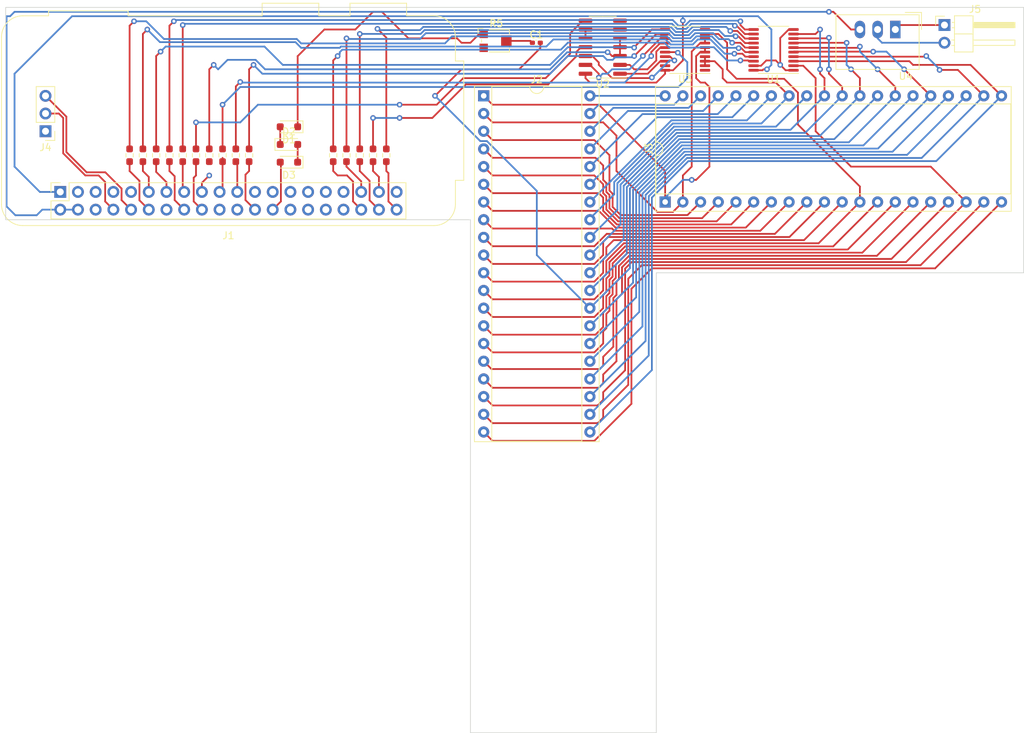
<source format=kicad_pcb>
(kicad_pcb (version 20221018) (generator pcbnew)
  (title_block (title "HD-Speccys") (date "2023-05-15") (rev "1A") (company "RA Sewell"))
  (layers (0 "F.Cu" signal) (31 "B.Cu" signal) (34 "B.Paste" user) (35 "F.Paste" user) (36 "B.SilkS" user "B.Silkscreen") (37 "F.SilkS" user "F.Silkscreen") (38 "B.Mask" user) (39 "F.Mask" user) (44 "Edge.Cuts" user))
  (net 0 "")
  (net 1 "Net-(C1-Pad1)")
  (net 2 "Net-(J2-MIC_TAPE)")
  (net 3 "Net-(D1-K)")
  (net 4 "Net-(D1-A)")
  (net 5 "Net-(D2-A)")
  (net 6 "Net-(D3-A)")
  (net 7 "VDDA")
  (net 8 "VDD")
  (net 11 "GND")
  (net 13 "Net-(J1-SD6_(TXD0))")
  (net 14 "Net-(J1-SD7_(RXD0))")
  (net 15 "Net-(J1-SD9)")
  (net 16 "Net-(J1-SD10)")
  (net 17 "Net-(J1-GPIO27)")
  (net 18 "Net-(J1-SD14)")
  (net 19 "Net-(J1-SD15)")
  (net 20 "Net-(J1-SD16_(DREQ))")
  (net 21 "Net-(J1-SD2)")
  (net 22 "Net-(J1-SD1)")
  (net 25 "Net-(J1-SD0)")
  (net 32 "Net-(J1-SD11)")
  (net 33 "Net-(J1-SD8)")
  (net 34 "Net-(J1-GPIO26)")
  (net 35 "Net-(J1-SD12)")
  (net 36 "Net-(J1-SD13)")
  (net 37 "Net-(J2-{slash}CAS)")
  (net 38 "Net-(J2-{slash}WR)")
  (net 39 "Net-(J2-{slash}RD)")
  (net 40 "Net-(J2-{slash}DRAMWE)")
  (net 41 "Net-(J2-A0)")
  (net 42 "Net-(J2-A1)")
  (net 43 "Net-(J2-A2)")
  (net 44 "Net-(J2-A3)")
  (net 45 "Net-(J2-A4)")
  (net 46 "Net-(J2-A5)")
  (net 47 "Net-(J2-A6)")
  (net 48 "Net-(J2-{slash}INT)")
  (net 49 "Net-(J2-VCC_2)")
  (net 50 "Net-(J2-VCC_1)")
  (net 51 "Net-(J2-U)")
  (net 52 "Net-(J2-V)")
  (net 53 "Net-(J2-Y)")
  (net 54 "Net-(J2-D0)")
  (net 55 "Net-(J2-KB0)")
  (net 56 "Net-(J2-KB1)")
  (net 57 "Net-(J2-D1)")
  (net 58 "Net-(J2-D2)")
  (net 59 "Net-(J2-KB2)")
  (net 60 "Net-(J2-KB3)")
  (net 61 "Net-(J2-D3)")
  (net 62 "Net-(J2-KB4)")
  (net 63 "Net-(J2-D4)")
  (net 64 "Net-(J2-D5)")
  (net 65 "Net-(J2-D6)")
  (net 66 "Net-(J2-D7)")
  (net 67 "Net-(J2-{slash}CPU)")
  (net 68 "Net-(J2-{slash}IOREQ)")
  (net 69 "Net-(J2-{slash}ROMCS)")
  (net 70 "Net-(J2-{slash}RAS)")
  (net 71 "Net-(J2-A14)")
  (net 72 "Net-(J2-A15)")
  (net 73 "Net-(J2-{slash}MREQ)")
  (net 74 "Net-(J2-OSC)")
  (net 75 "Net-(J5-VCC)")
  (net 76 "Net-(R1-Pad2)")
  (net 77 "Net-(R2-Pad2)")
  (net 78 "Net-(R3-Pad2)")
  (net 79 "Net-(U3-Y2)")
  (net 80 "Net-(U3-Y4)")
  (net 81 "Net-(U3-Y6)")
  (net 82 "Net-(U3-Y7)")
  (net 83 "Net-(U1-Y0)")
  (net 84 "Net-(U1-Y1)")
  (net 85 "Net-(U1-Y2)")
  (net 86 "Net-(U1-Y3)")
  (net 87 "Net-(U1-Y4)")
  (net 88 "Net-(U1-Y5)")
  (net 89 "Net-(U1-Y6)")
  (net 90 "Net-(U1-Y7)")
  (net 91 "Net-(U3-Y0)")
  (net 92 "Net-(U3-Y3)")
  (net 93 "Net-(U2-Pad10)")
  (net 94 "Net-(U3-Y1)")
  (net 95 "Net-(U3-Y5)")
  (footprint "Resistor_SMD:R_0603_1608Metric_Pad0.98x0.95mm_HandSolder" (layer "F.Cu") (at 40.005 69.4925 90)
    (fp_text reference "R11" hide)
    (fp_text value "R" hide)
  )
  (footprint "Connector_PinHeader_2.54mm:PinHeader_1x02_P2.54mm_Horizontal" (layer "F.Cu") (at 156.915 50.795)
    (fp_text reference "J5")
    (fp_text value "POWER 9-20VDC")
  )
  (footprint "Resistor_SMD:R_0603_1608Metric_Pad0.98x0.95mm_HandSolder" (layer "F.Cu") (at 53.34 69.4925 90)
    (fp_text reference "R4" hide)
    (fp_text value "R" hide)
  )
  (footprint "Module:Raspberry_Pi_Zero_Socketed_THT_FaceDown_MountingHoles" (layer "F.Cu") (at 30.055 74.755 90)
    (fp_text reference "J1")
    (fp_text value "PI_ZERO_2x20")
  )
  (footprint "Resistor_SMD:R_0603_1608Metric_Pad0.98x0.95mm_HandSolder" (layer "F.Cu") (at 45.72 69.4925 90)
    (fp_text reference "R16" hide)
    (fp_text value "R" hide)
  )
  (footprint "Package_SO:TSSOP-20_4.4x6.5mm_P0.65mm" (layer "F.Cu") (at 132.3925 54.36 180)
    (fp_text reference "U1")
    (fp_text value "74LS541")
  )
  (footprint "Resistor_SMD:R_0603_1608Metric_Pad0.98x0.95mm_HandSolder" (layer "F.Cu") (at 73.025 69.4925 90)
    (fp_text reference "R13" hide)
    (fp_text value "R" hide)
  )
  (footprint "Package_SO:TSSOP-20_4.4x6.5mm_P0.65mm" (layer "F.Cu") (at 119.6925 54.36 180)
    (fp_text reference "U3")
    (fp_text value "74LS541")
  )
  (footprint "Resistor_SMD:R_0603_1608Metric_Pad0.98x0.95mm_HandSolder" (layer "F.Cu") (at 49.53 69.4925 90)
    (fp_text reference "R1" hide)
    (fp_text value "R" hide)
  )
  (footprint "Capacitor_SMD:C_0402_1005Metric_Pad0.74x0.62mm_HandSolder" (layer "F.Cu") (at 98.3575 53.34)
    (fp_text reference "C1")
    (fp_text value "100nF")
  )
  (footprint "Resistor_SMD:R_0603_1608Metric_Pad0.98x0.95mm_HandSolder" (layer "F.Cu") (at 51.435 69.4925 90)
    (fp_text reference "R2" hide)
    (fp_text value "R" hide)
  )
  (footprint "Resistor_SMD:R_0603_1608Metric_Pad0.98x0.95mm_HandSolder" (layer "F.Cu") (at 41.91 69.4925 90)
    (fp_text reference "R10" hide)
    (fp_text value "R" hide)
  )
  (footprint "Diode_SMD:D_SOD-323_HandSoldering" (layer "F.Cu") (at 62.865 67.945)
    (fp_text reference "D2")
    (fp_text value "1N4148")
  )
  (footprint "Resistor_SMD:R_0603_1608Metric_Pad0.98x0.95mm_HandSolder" (layer "F.Cu") (at 71.12 69.4925 90)
    (fp_text reference "R12" hide)
    (fp_text value "R" hide)
  )
  (footprint "Resistor_SMD:R_0603_1608Metric_Pad0.98x0.95mm_HandSolder" (layer "F.Cu") (at 43.815 69.4925 90)
    (fp_text reference "R8" hide)
    (fp_text value "R" hide)
  )
  (footprint "Package_DIP:DIP-40_W15.24mm_Socket" (layer "F.Cu") (at 116.84 76.2 90)
    (fp_text reference "J3")
    (fp_text value "ULA_SOCKET_02x20")
  )
  (footprint "Converter_DCDC:Converter_DCDC_TRACO_TSR-1_THT" (layer "F.Cu") (at 149.86 51.435 180)
    (fp_text reference "U4")
    (fp_text value "TSR_1-2450")
  )
  (footprint "Resistor_SMD:R_0603_1608Metric_Pad0.98x0.95mm_HandSolder" (layer "F.Cu") (at 74.93 69.4925 90)
    (fp_text reference "R3" hide)
    (fp_text value "R" hide)
  )
  (footprint "Resistor_SMD:R_0603_1608Metric_Pad0.98x0.95mm_HandSolder" (layer "F.Cu") (at 69.215 69.4925 90)
    (fp_text reference "R9" hide)
    (fp_text value "R" hide)
  )
  (footprint "Resistor_SMD:R_0603_1608Metric_Pad0.98x0.95mm_HandSolder" (layer "F.Cu") (at 55.245 69.4925 90)
    (fp_text reference "R6" hide)
    (fp_text value "R" hide)
  )
  (footprint "Diode_SMD:D_SOD-323_HandSoldering" (layer "F.Cu") (at 62.865 70.485 180)
    (fp_text reference "D3")
    (fp_text value "1N4148")
  )
  (footprint "Package_SO:SOIC-14_3.9x8.7mm_P1.27mm" (layer "F.Cu") (at 107.885 53.975 180)
    (fp_text reference "U2")
    (fp_text value "74LS132")
  )
  (footprint "Package_DIP:DIP-40_W15.24mm_Socket" (layer "F.Cu") (at 90.805 60.96)
    (fp_text reference "J2")
    (fp_text value "ULA_ZX_02x20")
  )
  (footprint "Potentiometer_SMD:Potentiometer_Bourns_TC33X_Vertical" (layer "F.Cu") (at 92.605 53.07)
    (fp_text reference "R5")
    (fp_text value "1k")
  )
  (footprint "Resistor_SMD:R_0603_1608Metric_Pad0.98x0.95mm_HandSolder" (layer "F.Cu") (at 76.835 69.4925 90)
    (fp_text reference "R14" hide)
    (fp_text value "R" hide)
  )
  (footprint "Resistor_SMD:R_0603_1608Metric_Pad0.98x0.95mm_HandSolder" (layer "F.Cu") (at 47.625 69.4925 90)
    (fp_text reference "R15" hide)
    (fp_text value "R" hide)
  )
  (footprint "Resistor_SMD:R_0603_1608Metric_Pad0.98x0.95mm_HandSolder" (layer "F.Cu") (at 57.15 69.4925 90)
    (fp_text reference "R7" hide)
    (fp_text value "R" hide)
  )
  (footprint "Diode_SMD:D_SOD-323_HandSoldering" (layer "F.Cu") (at 62.865 65.405 180)
    (fp_text reference "D1")
    (fp_text value "1N4148")
  )
  (footprint "Connector_PinHeader_2.54mm:PinHeader_1x03_P2.54mm_Vertical" (layer "F.Cu") (at 27.94 66.04 180)
    (fp_text reference "J4")
    (fp_text value "Conn_01x03_Pin")
  )
  (gr_poly (pts (xy 88.9 78.74) (xy 22.225 78.74) (xy 22.225 48.26) (xy 95.885 48.26) (xy 168.275 48.26) (xy 168.275 86.36) (xy 125.095 86.36) (xy 115.57 86.36) (xy 115.57 93.345) (xy 115.57 152.4) (xy 88.9 152.4)) (stroke (width 0.1)) (fill none) (layer "Edge.Cuts"))
  (segment (start 97.52 53.07) (end 94.055 53.07) (width 0.25) (layer "F.Cu") (net 1))
  (segment (start 97.79 53.34) (end 97.52 53.07) (width 0.25) (layer "F.Cu") (net 1))
  (segment (start 87.63 57.15) (end 95.885 57.15) (width 0.25) (layer "F.Cu") (net 2))
  (segment (start 83.82 60.96) (end 87.63 57.15) (width 0.25) (layer "F.Cu") (net 2))
  (segment (start 95.885 57.15) (end 98.925 54.11) (width 0.25) (layer "F.Cu") (net 2))
  (segment (start 98.925 54.11) (end 98.925 53.34) (width 0.25) (layer "F.Cu") (net 2))
  (via (at 83.82 60.96) (size 0.8) (drill 0.4) (layers "F.Cu" "B.Cu") (net 2))
  (segment (start 141.1 67.18) (end 118.865228 67.18) (width 0.25) (layer "B.Cu") (net 2))
  (segment (start 91.270991 67.455) (end 98.425 74.609009) (width 0.25) (layer "B.Cu") (net 2))
  (segment (start 147.32 60.96) (end 141.1 67.18) (width 0.25) (layer "B.Cu") (net 2))
  (segment (start 111.785 74.260228) (end 111.785 85.7) (width 0.25) (layer "B.Cu") (net 2))
  (segment (start 118.865228 67.18) (end 111.785 74.260228) (width 0.25) (layer "B.Cu") (net 2))
  (segment (start 90.315 67.455) (end 91.270991 67.455) (width 0.25) (layer "B.Cu") (net 2))
  (segment (start 98.425 74.609009) (end 98.425 83.82) (width 0.25) (layer "B.Cu") (net 2))
  (segment (start 83.82 60.96) (end 90.315 67.455) (width 0.25) (layer "B.Cu") (net 2))
  (segment (start 98.425 83.82) (end 106.045 91.44) (width 0.25) (layer "B.Cu") (net 2))
  (segment (start 111.785 85.7) (end 106.045 91.44) (width 0.25) (layer "B.Cu") (net 2))
  (segment (start 88.9 53.34) (end 90.17 52.07) (width 0.25) (layer "F.Cu") (net 3))
  (segment (start 80.01 52.705) (end 86.995 52.705) (width 0.25) (layer "F.Cu") (net 3))
  (segment (start 64.115 65.405) (end 64.115 55.265) (width 0.25) (layer "F.Cu") (net 3))
  (segment (start 74.93 48.895) (end 76.2 48.895) (width 0.25) (layer "F.Cu") (net 3))
  (segment (start 90.17 52.07) (end 90.805 52.07) (width 0.25) (layer "F.Cu") (net 3))
  (segment (start 72.39 51.435) (end 74.93 48.895) (width 0.25) (layer "F.Cu") (net 3))
  (segment (start 64.115 55.265) (end 67.945 51.435) (width 0.25) (layer "F.Cu") (net 3))
  (segment (start 87.63 53.34) (end 88.9 53.34) (width 0.25) (layer "F.Cu") (net 3))
  (segment (start 67.945 51.435) (end 72.39 51.435) (width 0.25) (layer "F.Cu") (net 3))
  (segment (start 86.995 52.705) (end 87.63 53.34) (width 0.25) (layer "F.Cu") (net 3))
  (segment (start 76.2 48.895) (end 80.01 52.705) (width 0.25) (layer "F.Cu") (net 3))
  (segment (start 61.615 67.945) (end 61.615 65.405) (width 0.25) (layer "F.Cu") (net 4))
  (segment (start 64.115 70.485) (end 64.115 67.945) (width 0.25) (layer "F.Cu") (net 5))
  (segment (start 61.71 76.12) (end 61.71 70.58) (width 0.25) (layer "F.Cu") (net 6))
  (segment (start 61.71 70.58) (end 61.615 70.485) (width 0.25) (layer "F.Cu") (net 6))
  (segment (start 60.535 77.295) (end 61.71 76.12) (width 0.25) (layer "F.Cu") (net 6))
  (segment (start 50.375 73.45) (end 51.435 72.39) (width 0.25) (layer "F.Cu") (net 7))
  (segment (start 115.57 59.055) (end 116.83 57.795) (width 0.25) (layer "F.Cu") (net 7))
  (segment (start 116.83 57.795) (end 116.83 57.285) (width 0.25) (layer "F.Cu") (net 7))
  (segment (start 130.81 57.285) (end 129.53 57.285) (width 0.25) (layer "F.Cu") (net 7))
  (segment (start 105.41 57.785) (end 105.41 58.42) (width 0.25) (layer "F.Cu") (net 7))
  (segment (start 106.045 59.055) (end 115.57 59.055) (width 0.25) (layer "F.Cu") (net 7))
  (segment (start 131.445 57.15) (end 130.945 57.15) (width 0.25) (layer "F.Cu") (net 7))
  (segment (start 50.375 74.755) (end 50.375 73.45) (width 0.25) (layer "F.Cu") (net 7))
  (segment (start 105.41 58.42) (end 106.045 59.055) (width 0.25) (layer "F.Cu") (net 7))
  (segment (start 119.38 55.88) (end 117.975 57.285) (width 0.25) (layer "F.Cu") (net 7))
  (segment (start 130.945 57.15) (end 130.81 57.285) (width 0.25) (layer "F.Cu") (net 7))
  (segment (start 117.975 57.285) (end 116.83 57.285) (width 0.25) (layer "F.Cu") (net 7))
  (segment (start 119.38 50.165) (end 119.38 55.88) (width 0.25) (layer "F.Cu") (net 7))
  (via (at 119.38 50.165) (size 0.8) (drill 0.4) (layers "F.Cu" "B.Cu") (net 7))
  (via (at 51.435 72.39) (size 0.8) (drill 0.4) (layers "F.Cu" "B.Cu") (net 7))
  (via (at 131.445 57.15) (size 0.8) (drill 0.4) (layers "F.Cu" "B.Cu") (net 7))
  (segment (start 31.75 49.53) (end 23.495 57.785) (width 0.25) (layer "B.Cu") (net 7))
  (segment (start 119.38 49.53) (end 31.75 49.53) (width 0.25) (layer "B.Cu") (net 7))
  (segment (start 130.175 49.53) (end 119.38 49.53) (width 0.25) (layer "B.Cu") (net 7))
  (segment (start 131.445 57.15) (end 132.08 56.515) (width 0.25) (layer "B.Cu") (net 7))
  (segment (start 27.13 74.755) (end 30.055 74.755) (width 0.25) (layer "B.Cu") (net 7))
  (segment (start 132.08 51.435) (end 130.175 49.53) (width 0.25) (layer "B.Cu") (net 7))
  (segment (start 23.495 57.785) (end 23.495 71.12) (width 0.25) (layer "B.Cu") (net 7))
  (segment (start 23.495 71.12) (end 27.13 74.755) (width 0.25) (layer "B.Cu") (net 7))
  (segment (start 132.08 56.515) (end 132.08 51.435) (width 0.25) (layer "B.Cu") (net 7))
  (segment (start 119.38 49.53) (end 119.38 50.165) (width 0.25) (layer "B.Cu") (net 7))
  (segment (start 143.51 51.435) (end 144.78 51.435) (width 0.25) (layer "F.Cu") (net 8))
  (segment (start 140.335 48.895) (end 140.97 48.895) (width 0.25) (layer "F.Cu") (net 8))
  (segment (start 140.97 48.895) (end 143.51 51.435) (width 0.25) (layer "F.Cu") (net 8))
  (via (at 140.335 48.895) (size 0.8) (drill 0.4) (layers "F.Cu" "B.Cu") (net 8))
  (segment (start 22.35 76.835) (end 23.62 78.105) (width 0.25) (layer "B.Cu") (net 8))
  (segment (start 23.495 48.895) (end 22.86 49.53) (width 0.25) (layer "B.Cu") (net 8))
  (segment (start 23.62 78.105) (end 26.67 78.105) (width 0.25) (layer "B.Cu") (net 8))
  (segment (start 22.86 49.53) (end 22.35 49.53) (width 0.25) (layer "B.Cu") (net 8))
  (segment (start 22.35 49.53) (end 22.35 76.835) (width 0.25) (layer "B.Cu") (net 8))
  (segment (start 30.055 77.295) (end 32.595 77.295) (width 0.25) (layer "B.Cu") (net 8))
  (segment (start 26.67 78.105) (end 27.48 77.295) (width 0.25) (layer "B.Cu") (net 8))
  (segment (start 140.335 48.895) (end 23.495 48.895) (width 0.25) (layer "B.Cu") (net 8))
  (segment (start 27.48 77.295) (end 30.055 77.295) (width 0.25) (layer "B.Cu") (net 8))
  (segment (start 130.6005 56.635) (end 131.3555 55.88) (width 0.25) (layer "F.Cu") (net 11))
  (segment (start 133.35 56.515) (end 133.35 52.651459) (width 0.25) (layer "F.Cu") (net 11))
  (segment (start 131.3555 55.88) (end 132.715 55.88) (width 0.25) (layer "F.Cu") (net 11))
  (segment (start 133.35 52.651459) (end 134.566459 51.435) (width 0.25) (layer "F.Cu") (net 11))
  (segment (start 129.53 56.635) (end 130.6005 56.635) (width 0.25) (layer "F.Cu") (net 11))
  (segment (start 135.255 57.285) (end 134.12 57.285) (width 0.25) (layer "F.Cu") (net 11))
  (segment (start 134.12 57.285) (end 133.35 56.515) (width 0.25) (layer "F.Cu") (net 11))
  (segment (start 134.566459 51.435) (end 135.255 51.435) (width 0.25) (layer "F.Cu") (net 11))
  (segment (start 132.715 55.88) (end 133.35 56.515) (width 0.25) (layer "F.Cu") (net 11))
  (via (at 133.35 56.515) (size 0.8) (drill 0.4) (layers "F.Cu" "B.Cu") (net 11))
  (segment (start 147.32 52.705) (end 147.32 51.435) (width 0.25) (layer "B.Cu") (net 11))
  (segment (start 156.915 53.335) (end 147.96 53.335) (width 0.25) (layer "B.Cu") (net 11))
  (segment (start 147.96 53.335) (end 147.955 53.34) (width 0.25) (layer "B.Cu") (net 11))
  (segment (start 147.955 53.34) (end 147.32 52.705) (width 0.25) (layer "B.Cu") (net 11))
  (segment (start 106.045 60.96) (end 116.84 60.96) (width 0.25) (layer "B.Cu") (net 11))
  (segment (start 35.56 72.39) (end 33.655 72.39) (width 0.25) (layer "F.Cu") (net 13))
  (segment (start 29.845 63.5) (end 27.94 63.5) (width 0.25) (layer "F.Cu") (net 13))
  (segment (start 33.655 72.39) (end 30.48 69.215) (width 0.25) (layer "F.Cu") (net 13))
  (segment (start 30.48 64.135) (end 29.845 63.5) (width 0.25) (layer "F.Cu") (net 13))
  (segment (start 30.48 69.215) (end 30.48 64.135) (width 0.25) (layer "F.Cu") (net 13))
  (segment (start 36.5 76.12) (end 36.5 73.33) (width 0.25) (layer "F.Cu") (net 13))
  (segment (start 36.5 73.33) (end 35.56 72.39) (width 0.25) (layer "F.Cu") (net 13))
  (segment (start 37.675 77.295) (end 36.5 76.12) (width 0.25) (layer "F.Cu") (net 13))
  (segment (start 36.521701 71.94) (end 33.841396 71.94) (width 0.25) (layer "F.Cu") (net 14))
  (segment (start 30.93 69.028604) (end 30.93 63.948604) (width 0.25) (layer "F.Cu") (net 14))
  (segment (start 38.85 74.268299) (end 36.521701 71.94) (width 0.25) (layer "F.Cu") (net 14))
  (segment (start 38.85 75.93) (end 38.85 74.268299) (width 0.25) (layer "F.Cu") (net 14))
  (segment (start 33.841396 71.94) (end 30.93 69.028604) (width 0.25) (layer "F.Cu") (net 14))
  (segment (start 30.93 63.948604) (end 27.941396 60.96) (width 0.25) (layer "F.Cu") (net 14))
  (segment (start 27.941396 60.96) (end 27.94 60.96) (width 0.25) (layer "F.Cu") (net 14))
  (segment (start 40.215 77.295) (end 38.85 75.93) (width 0.25) (layer "F.Cu") (net 14))
  (segment (start 42.755 72.6) (end 41.91 71.755) (width 0.25) (layer "F.Cu") (net 15))
  (segment (start 41.91 71.755) (end 41.91 70.405) (width 0.25) (layer "F.Cu") (net 15))
  (segment (start 42.755 74.755) (end 42.755 72.6) (width 0.25) (layer "F.Cu") (net 15))
  (segment (start 40.005 71.755) (end 40.005 70.405) (width 0.25) (layer "F.Cu") (net 16))
  (segment (start 42.755 77.295) (end 41.416701 75.956701) (width 0.25) (layer "F.Cu") (net 16))
  (segment (start 41.416701 75.956701) (end 41.416701 73.166701) (width 0.25) (layer "F.Cu") (net 16))
  (segment (start 41.416701 73.166701) (end 40.005 71.755) (width 0.25) (layer "F.Cu") (net 16))
  (segment (start 43.815 71.885) (end 43.815 70.405) (width 0.25) (layer "F.Cu") (net 17))
  (segment (start 45.295 74.755) (end 45.295 73.365) (width 0.25) (layer "F.Cu") (net 17))
  (segment (start 45.295 73.365) (end 43.815 71.885) (width 0.25) (layer "F.Cu") (net 17))
  (segment (start 47.835 74.755) (end 47.625 74.545) (width 0.25) (layer "F.Cu") (net 18))
  (segment (start 47.625 74.545) (end 47.625 70.405) (width 0.25) (layer "F.Cu") (net 18))
  (segment (start 46.47 72.505) (end 45.72 71.755) (width 0.25) (layer "F.Cu") (net 19))
  (segment (start 46.47 75.93) (end 46.47 72.505) (width 0.25) (layer "F.Cu") (net 19))
  (segment (start 47.835 77.295) (end 46.47 75.93) (width 0.25) (layer "F.Cu") (net 19))
  (segment (start 45.72 71.755) (end 45.72 70.405) (width 0.25) (layer "F.Cu") (net 19))
  (segment (start 49.2 72.72) (end 49.2 76.12) (width 0.25) (layer "F.Cu") (net 20))
  (segment (start 49.2 76.12) (end 50.375 77.295) (width 0.25) (layer "F.Cu") (net 20))
  (segment (start 49.53 70.405) (end 49.53 72.39) (width 0.25) (layer "F.Cu") (net 20))
  (segment (start 49.53 72.39) (end 49.2 72.72) (width 0.25) (layer "F.Cu") (net 20))
  (segment (start 52.915 74.755) (end 53.34 74.33) (width 0.25) (layer "F.Cu") (net 21))
  (segment (start 53.34 74.33) (end 53.34 69.862995) (width 0.25) (layer "F.Cu") (net 21))
  (segment (start 55.455 74.755) (end 55.455 70.615) (width 0.25) (layer "F.Cu") (net 22))
  (segment (start 55.455 70.615) (end 55.245 70.405) (width 0.25) (layer "F.Cu") (net 22))
  (segment (start 57.995 77.295) (end 56.63 75.93) (width 0.25) (layer "F.Cu") (net 25))
  (segment (start 56.63 72.275) (end 57.15 71.755) (width 0.25) (layer "F.Cu") (net 25))
  (segment (start 57.15 71.755) (end 57.15 70.405) (width 0.25) (layer "F.Cu") (net 25))
  (segment (start 56.63 75.93) (end 56.63 72.275) (width 0.25) (layer "F.Cu") (net 25))
  (segment (start 71.12 71.12) (end 71.12 70.405) (width 0.25) (layer "F.Cu") (net 32))
  (segment (start 73.235 74.755) (end 73.235 73.235) (width 0.25) (layer "F.Cu") (net 32))
  (segment (start 73.235 73.235) (end 71.12 71.12) (width 0.25) (layer "F.Cu") (net 32))
  (segment (start 69.215 71.755) (end 69.215 70.405) (width 0.25) (layer "F.Cu") (net 33))
  (segment (start 69.85 72.39) (end 69.215 71.755) (width 0.25) (layer "F.Cu") (net 33))
  (segment (start 72.06 73.259149) (end 71.190851 72.39) (width 0.25) (layer "F.Cu") (net 33))
  (segment (start 71.190851 72.39) (end 69.85 72.39) (width 0.25) (layer "F.Cu") (net 33))
  (segment (start 72.06 76.12) (end 72.06 73.259149) (width 0.25) (layer "F.Cu") (net 33))
  (segment (start 73.235 77.295) (end 72.06 76.12) (width 0.25) (layer "F.Cu") (net 33))
  (segment (start 75.775 74.755) (end 75.775 72.6) (width 0.25) (layer "F.Cu") (net 34))
  (segment (start 74.93 71.755) (end 74.93 70.405) (width 0.25) (layer "F.Cu") (net 34))
  (segment (start 75.775 72.6) (end 74.93 71.755) (width 0.25) (layer "F.Cu") (net 34))
  (segment (start 73.025 71.755) (end 73.025 70.405) (width 0.25) (layer "F.Cu") (net 35))
  (segment (start 75.775 77.295) (end 74.436701 75.956701) (width 0.25) (layer "F.Cu") (net 35))
  (segment (start 74.436701 75.956701) (end 74.436701 73.166701) (width 0.25) (layer "F.Cu") (net 35))
  (segment (start 74.436701 73.166701) (end 73.025 71.755) (width 0.25) (layer "F.Cu") (net 35))
  (segment (start 77.14 72.06) (end 76.835 71.755) (width 0.25) (layer "F.Cu") (net 36))
  (segment (start 78.315 77.295) (end 77.14 76.12) (width 0.25) (layer "F.Cu") (net 36))
  (segment (start 77.14 76.12) (end 77.14 72.06) (width 0.25) (layer "F.Cu") (net 36))
  (segment (start 76.835 71.755) (end 76.835 70.405) (width 0.25) (layer "F.Cu") (net 36))
  (segment (start 121.285 55.266459) (end 121.285 58.42) (width 0.25) (layer "F.Cu") (net 37))
  (segment (start 90.805 60.96) (end 92.075 62.23) (width 0.25) (layer "F.Cu") (net 37))
  (segment (start 122.555 54.035) (end 122.555 54.685) (width 0.25) (layer "F.Cu") (net 37))
  (segment (start 123.19 59.69) (end 123.19 71.12) (width 0.25) (layer "F.Cu") (net 37))
  (segment (start 122.555 54.685) (end 121.866459 54.685) (width 0.25) (layer "F.Cu") (net 37))
  (segment (start 121.866459 54.685) (end 121.285 55.266459) (width 0.25) (layer "F.Cu") (net 37))
  (segment (start 107.315 62.23) (end 116.84 71.755) (width 0.25) (layer "F.Cu") (net 37))
  (segment (start 121.92 59.055) (end 122.555 59.055) (width 0.25) (layer "F.Cu") (net 37))
  (segment (start 116.84 71.755) (end 116.84 76.2) (width 0.25) (layer "F.Cu") (net 37))
  (segment (start 92.075 62.23) (end 107.315 62.23) (width 0.25) (layer "F.Cu") (net 37))
  (segment (start 123.19 71.12) (end 121.285 73.025) (width 0.25) (layer "F.Cu") (net 37))
  (segment (start 121.285 58.42) (end 121.92 59.055) (width 0.25) (layer "F.Cu") (net 37))
  (segment (start 122.555 59.055) (end 123.19 59.69) (width 0.25) (layer "F.Cu") (net 37))
  (segment (start 121.285 73.025) (end 120.65 73.025) (width 0.25) (layer "F.Cu") (net 37))
  (via (at 120.65 73.025) (size 0.8) (drill 0.4) (layers "F.Cu" "B.Cu") (net 37))
  (segment (start 119.38 73.025) (end 116.84 75.565) (width 0.25) (layer "B.Cu") (net 37))
  (segment (start 120.65 73.025) (end 119.38 73.025) (width 0.25) (layer "B.Cu") (net 37))
  (segment (start 116.84 75.565) (end 116.84 76.2) (width 0.25) (layer "B.Cu") (net 37))
  (segment (start 115.725 77.625) (end 117.955 77.625) (width 0.25) (layer "F.Cu") (net 38))
  (segment (start 122.555 53.385) (end 121.866459 53.385) (width 0.25) (layer "F.Cu") (net 38))
  (segment (start 107.95 64.77) (end 109.855 66.675) (width 0.25) (layer "F.Cu") (net 38))
  (segment (start 120.65 71.12) (end 119.38 72.39) (width 0.25) (layer "F.Cu") (net 38))
  (segment (start 109.855 71.755) (end 115.725 77.625) (width 0.25) (layer "F.Cu") (net 38))
  (segment (start 117.955 77.625) (end 119.38 76.2) (width 0.25) (layer "F.Cu") (net 38))
  (segment (start 122.555 52.735) (end 122.555 53.385) (width 0.25) (layer "F.Cu") (net 38))
  (segment (start 119.38 72.39) (end 119.38 76.2) (width 0.25) (layer "F.Cu") (net 38))
  (segment (start 92.075 64.77) (end 107.95 64.77) (width 0.25) (layer "F.Cu") (net 38))
  (segment (start 90.805 63.5) (end 92.075 64.77) (width 0.25) (layer "F.Cu") (net 38))
  (segment (start 121.866459 53.385) (end 120.65 54.601459) (width 0.25) (layer "F.Cu") (net 38))
  (segment (start 120.65 54.601459) (end 120.65 71.12) (width 0.25) (layer "F.Cu") (net 38))
  (segment (start 109.855 66.675) (end 109.855 71.755) (width 0.25) (layer "F.Cu") (net 38))
  (segment (start 121.92 76.2) (end 120.045 78.075) (width 0.25) (layer "F.Cu") (net 39))
  (segment (start 109.3 76.909416) (end 109.3 75.005812) (width 0.25) (layer "F.Cu") (net 39))
  (segment (start 92.075 67.31) (end 90.805 66.04) (width 0.25) (layer "F.Cu") (net 39))
  (segment (start 109.3 75.005812) (end 108.85 74.555812) (width 0.25) (layer "F.Cu") (net 39))
  (segment (start 120.045 78.075) (end 110.465584 78.075) (width 0.25) (layer "F.Cu") (net 39))
  (segment (start 110.465584 78.075) (end 109.3 76.909416) (width 0.25) (layer "F.Cu") (net 39))
  (segment (start 106.68 67.31) (end 92.075 67.31) (width 0.25) (layer "F.Cu") (net 39))
  (segment (start 108.85 69.48) (end 106.68 67.31) (width 0.25) (layer "F.Cu") (net 39))
  (segment (start 108.85 74.555812) (end 108.85 69.48) (width 0.25) (layer "F.Cu") (net 39))
  (segment (start 108.4 73.473604) (end 107.95 73.023604) (width 0.25) (layer "F.Cu") (net 40))
  (segment (start 108.4 74.742208) (end 108.4 73.473604) (width 0.25) (layer "F.Cu") (net 40))
  (segment (start 124.46 76.2) (end 122.135 78.525) (width 0.25) (layer "F.Cu") (net 40))
  (segment (start 106.840496 69.85) (end 92.075 69.85) (width 0.25) (layer "F.Cu") (net 40))
  (segment (start 122.135 78.525) (end 110.279188 78.525) (width 0.25) (layer "F.Cu") (net 40))
  (segment (start 108.85 75.192208) (end 108.4 74.742208) (width 0.25) (layer "F.Cu") (net 40))
  (segment (start 108.85 77.095812) (end 108.85 75.192208) (width 0.25) (layer "F.Cu") (net 40))
  (segment (start 107.95 73.023604) (end 107.95 70.959504) (width 0.25) (layer "F.Cu") (net 40))
  (segment (start 110.279188 78.525) (end 108.85 77.095812) (width 0.25) (layer "F.Cu") (net 40))
  (segment (start 107.95 70.959504) (end 106.840496 69.85) (width 0.25) (layer "F.Cu") (net 40))
  (segment (start 92.075 69.85) (end 90.805 68.58) (width 0.25) (layer "F.Cu") (net 40))
  (segment (start 127 76.2) (end 124.225 78.975) (width 0.25) (layer "F.Cu") (net 41))
  (segment (start 124.225 78.975) (end 110.092792 78.975) (width 0.25) (layer "F.Cu") (net 41))
  (segment (start 108.4 77.282208) (end 108.4 75.378604) (width 0.25) (layer "F.Cu") (net 41))
  (segment (start 110.092792 78.975) (end 108.4 77.282208) (width 0.25) (layer "F.Cu") (net 41))
  (segment (start 108.4 75.378604) (end 107.95 74.928604) (width 0.25) (layer "F.Cu") (net 41))
  (segment (start 107.95 74.928604) (end 107.95 73.66) (width 0.25) (layer "F.Cu") (net 41))
  (segment (start 107.95 73.66) (end 106.68 72.39) (width 0.25) (layer "F.Cu") (net 41))
  (segment (start 92.075 72.39) (end 90.805 71.12) (width 0.25) (layer "F.Cu") (net 41))
  (segment (start 106.68 72.39) (end 92.075 72.39) (width 0.25) (layer "F.Cu") (net 41))
  (segment (start 107.315 74.93) (end 92.075 74.93) (width 0.25) (layer "F.Cu") (net 42))
  (segment (start 129.54 76.2) (end 126.315 79.425) (width 0.25) (layer "F.Cu") (net 42))
  (segment (start 107.95 77.468604) (end 107.95 75.565) (width 0.25) (layer "F.Cu") (net 42))
  (segment (start 109.906396 79.425) (end 107.95 77.468604) (width 0.25) (layer "F.Cu") (net 42))
  (segment (start 92.075 74.93) (end 90.805 73.66) (width 0.25) (layer "F.Cu") (net 42))
  (segment (start 126.315 79.425) (end 109.906396 79.425) (width 0.25) (layer "F.Cu") (net 42))
  (segment (start 107.95 75.565) (end 107.315 74.93) (width 0.25) (layer "F.Cu") (net 42))
  (segment (start 128.405 79.875) (end 109.72 79.875) (width 0.25) (layer "F.Cu") (net 43))
  (segment (start 109.72 79.875) (end 107.315 77.47) (width 0.25) (layer "F.Cu") (net 43))
  (segment (start 92.075 77.47) (end 90.805 76.2) (width 0.25) (layer "F.Cu") (net 43))
  (segment (start 132.08 76.2) (end 128.405 79.875) (width 0.25) (layer "F.Cu") (net 43))
  (segment (start 107.315 77.47) (end 92.075 77.47) (width 0.25) (layer "F.Cu") (net 43))
  (segment (start 134.62 76.2) (end 130.495 80.325) (width 0.25) (layer "F.Cu") (net 44))
  (segment (start 92.075 80.01) (end 90.805 78.74) (width 0.25) (layer "F.Cu") (net 44))
  (segment (start 109.218604 80.01) (end 92.075 80.01) (width 0.25) (layer "F.Cu") (net 44))
  (segment (start 130.495 80.325) (end 109.533604 80.325) (width 0.25) (layer "F.Cu") (net 44))
  (segment (start 109.533604 80.325) (end 109.218604 80.01) (width 0.25) (layer "F.Cu") (net 44))
  (segment (start 132.585 80.775) (end 108.455 80.775) (width 0.25) (layer "F.Cu") (net 45))
  (segment (start 108.455 80.775) (end 106.68 82.55) (width 0.25) (layer "F.Cu") (net 45))
  (segment (start 137.16 76.2) (end 132.585 80.775) (width 0.25) (layer "F.Cu") (net 45))
  (segment (start 92.075 82.55) (end 90.805 81.28) (width 0.25) (layer "F.Cu") (net 45))
  (segment (start 106.68 82.55) (end 92.075 82.55) (width 0.25) (layer "F.Cu") (net 45))
  (segment (start 134.675 81.225) (end 108.641396 81.225) (width 0.25) (layer "F.Cu") (net 46))
  (segment (start 107.95 81.916396) (end 107.95 83.82) (width 0.25) (layer "F.Cu") (net 46))
  (segment (start 108.641396 81.225) (end 107.95 81.916396) (width 0.25) (layer "F.Cu") (net 46))
  (segment (start 107.95 83.82) (end 106.68 85.09) (width 0.25) (layer "F.Cu") (net 46))
  (segment (start 106.68 85.09) (end 92.075 85.09) (width 0.25) (layer "F.Cu") (net 46))
  (segment (start 139.7 76.2) (end 134.675 81.225) (width 0.25) (layer "F.Cu") (net 46))
  (segment (start 92.075 85.09) (end 90.805 83.82) (width 0.25) (layer "F.Cu") (net 46))
  (segment (start 107.95 84.456396) (end 107.95 86.36) (width 0.25) (layer "F.Cu") (net 47))
  (segment (start 108.4 84.006396) (end 107.95 84.456396) (width 0.25) (layer "F.Cu") (net 47))
  (segment (start 136.765 81.675) (end 109.46 81.675) (width 0.25) (layer "F.Cu") (net 47))
  (segment (start 106.68 87.63) (end 92.075 87.63) (width 0.25) (layer "F.Cu") (net 47))
  (segment (start 92.075 87.63) (end 90.805 86.36) (width 0.25) (layer "F.Cu") (net 47))
  (segment (start 107.95 86.36) (end 106.68 87.63) (width 0.25) (layer "F.Cu") (net 47))
  (segment (start 142.24 76.2) (end 136.765 81.675) (width 0.25) (layer "F.Cu") (net 47))
  (segment (start 109.46 81.675) (end 108.4 82.735) (width 0.25) (layer "F.Cu") (net 47))
  (segment (start 108.4 82.735) (end 108.4 84.006396) (width 0.25) (layer "F.Cu") (net 47))
  (segment (start 92.075 90.17) (end 90.805 88.9) (width 0.25) (layer "F.Cu") (net 48))
  (segment (start 106.68 90.17) (end 92.075 90.17) (width 0.25) (layer "F.Cu") (net 48))
  (segment (start 107.95 88.9) (end 106.68 90.17) (width 0.25) (layer "F.Cu") (net 48))
  (segment (start 127.09 58.51) (end 133.905991 58.51) (width 0.25) (layer "F.Cu") (net 48))
  (segment (start 125.73 53.34) (end 125.73 57.15) (width 0.25) (layer "F.Cu") (net 48))
  (segment (start 124.475 52.085) (end 125.73 53.34) (width 0.25) (layer "F.Cu") (net 48))
  (segment (start 135.89 60.494009) (end 135.89 65.0875) (width 0.25) (layer "F.Cu") (net 48))
  (segment (start 108.85 84.19) (end 108.85 84.192792) (width 0.25) (layer "F.Cu") (net 48))
  (segment (start 108.4 84.642792) (end 108.4 86.546396) (width 0.25) (layer "F.Cu") (net 48))
  (segment (start 135.89 65.0875) (end 144.78 73.9775) (width 0.25) (layer "F.Cu") (net 48))
  (segment (start 108.4 86.546396) (end 107.95 86.996396) (width 0.25) (layer "F.Cu") (net 48))
  (segment (start 122.555 52.085) (end 124.475 52.085) (width 0.25) (layer "F.Cu") (net 48))
  (segment (start 107.95 86.996396) (end 107.95 88.9) (width 0.25) (layer "F.Cu") (net 48))
  (segment (start 108.85 84.192792) (end 108.4 84.642792) (width 0.25) (layer "F.Cu") (net 48))
  (segment (start 138.855 82.125) (end 110.915 82.125) (width 0.25) (layer "F.Cu") (net 48))
  (segment (start 144.78 76.2) (end 138.855 82.125) (width 0.25) (layer "F.Cu") (net 48))
  (segment (start 110.915 82.125) (end 108.85 84.19) (width 0.25) (layer "F.Cu") (net 48))
  (segment (start 144.78 73.9775) (end 144.78 76.2) (width 0.25) (layer "F.Cu") (net 48))
  (segment (start 125.73 57.15) (end 127.09 58.51) (width 0.25) (layer "F.Cu") (net 48))
  (segment (start 133.905991 58.51) (end 135.89 60.494009) (width 0.25) (layer "F.Cu") (net 48))
  (segment (start 108.85 84.829188) (end 109.3 84.379188) (width 0.25) (layer "F.Cu") (net 49))
  (segment (start 106.68 92.71) (end 107.95 91.44) (width 0.25) (layer "F.Cu") (net 49))
  (segment (start 109.3 84.379188) (end 109.3 84.376396) (width 0.25) (layer "F.Cu") (net 49))
  (segment (start 107.95 89.536396) (end 108.4 89.086396) (width 0.25) (layer "F.Cu") (net 49))
  (segment (start 111.101396 82.575) (end 140.945 82.575) (width 0.25) (layer "F.Cu") (net 49))
  (segment (start 108.85 86.732792) (end 108.85 84.829188) (width 0.25) (layer "F.Cu") (net 49))
  (segment (start 107.95 91.44) (end 107.95 89.536396) (width 0.25) (layer "F.Cu") (net 49))
  (segment (start 108.4 89.086396) (end 108.4 87.182792) (width 0.25) (layer "F.Cu") (net 49))
  (segment (start 90.805 91.44) (end 92.075 92.71) (width 0.25) (layer "F.Cu") (net 49))
  (segment (start 109.3 84.376396) (end 111.101396 82.575) (width 0.25) (layer "F.Cu") (net 49))
  (segment (start 108.4 87.182792) (end 108.85 86.732792) (width 0.25) (layer "F.Cu") (net 49))
  (segment (start 92.075 92.71) (end 106.68 92.71) (width 0.25) (layer "F.Cu") (net 49))
  (segment (start 140.945 82.575) (end 147.32 76.2) (width 0.25) (layer "F.Cu") (net 49))
  (segment (start 107.95 94.140496) (end 106.840496 95.25) (width 0.25) (layer "F.Cu") (net 50))
  (segment (start 108.85 87.369188) (end 108.85 89.272792) (width 0.25) (layer "F.Cu") (net 50))
  (segment (start 108.4 91.626396) (end 107.95 92.076396) (width 0.25) (layer "F.Cu") (net 50))
  (segment (start 109.3 85.015584) (end 109.3 86.919188) (width 0.25) (layer "F.Cu") (net 50))
  (segment (start 106.840496 95.25) (end 92.075 95.25) (width 0.25) (layer "F.Cu") (net 50))
  (segment (start 108.4 89.722792) (end 108.4 91.626396) (width 0.25) (layer "F.Cu") (net 50))
  (segment (start 149.86 76.2) (end 143.035 83.025) (width 0.25) (layer "F.Cu") (net 50))
  (segment (start 108.85 89.272792) (end 108.4 89.722792) (width 0.25) (layer "F.Cu") (net 50))
  (segment (start 107.95 92.076396) (end 107.95 94.140496) (width 0.25) (layer "F.Cu") (net 50))
  (segment (start 109.75 84.562792) (end 109.75 84.565584) (width 0.25) (layer "F.Cu") (net 50))
  (segment (start 109.3 86.919188) (end 108.85 87.369188) (width 0.25) (layer "F.Cu") (net 50))
  (segment (start 109.75 84.565584) (end 109.3 85.015584) (width 0.25) (layer "F.Cu") (net 50))
  (segment (start 111.287792 83.025) (end 109.75 84.562792) (width 0.25) (layer "F.Cu") (net 50))
  (segment (start 143.035 83.025) (end 111.287792 83.025) (width 0.25) (layer "F.Cu") (net 50))
  (segment (start 92.075 95.25) (end 90.805 93.98) (width 0.25) (layer "F.Cu") (net 50))
  (segment (start 111.474188 83.475) (end 145.125 83.475) (width 0.25) (layer "F.Cu") (net 51))
  (segment (start 92.075 97.79) (end 106.68 97.79) (width 0.25) (layer "F.Cu") (net 51))
  (segment (start 107.95 96.52) (end 107.95 94.776892) (width 0.25) (layer "F.Cu") (net 51))
  (segment (start 106.68 97.79) (end 107.95 96.52) (width 0.25) (layer "F.Cu") (net 51))
  (segment (start 109.75 87.105584) (end 109.75 85.20198) (width 0.25) (layer "F.Cu") (net 51))
  (segment (start 109.3 87.555584) (end 109.75 87.105584) (width 0.25) (layer "F.Cu") (net 51))
  (segment (start 109.3 89.459188) (end 109.3 87.555584) (width 0.25) (layer "F.Cu") (net 51))
  (segment (start 90.805 96.52) (end 92.075 97.79) (width 0.25) (layer "F.Cu") (net 51))
  (segment (start 109.75 85.20198) (end 110.2 84.75198) (width 0.25) (layer "F.Cu") (net 51))
  (segment (start 110.2 84.749188) (end 111.474188 83.475) (width 0.25) (layer "F.Cu") (net 51))
  (segment (start 108.4 92.262792) (end 108.85 91.812792) (width 0.25) (layer "F.Cu") (net 51))
  (segment (start 108.85 91.812792) (end 108.85 89.909188) (width 0.25) (layer "F.Cu") (net 51))
  (segment (start 110.2 84.75198) (end 110.2 84.749188) (width 0.25) (layer "F.Cu") (net 51))
  (segment (start 108.4 94.326892) (end 108.4 92.262792) (width 0.25) (layer "F.Cu") (net 51))
  (segment (start 145.125 83.475) (end 152.4 76.2) (width 0.25) (layer "F.Cu") (net 51))
  (segment (start 107.95 94.776892) (end 108.4 94.326892) (width 0.25) (layer "F.Cu") (net 51))
  (segment (start 108.85 89.909188) (end 109.3 89.459188) (width 0.25) (layer "F.Cu") (net 51))
  (segment (start 110.2 87.29198) (end 110.2 85.388376) (width 0.25) (layer "F.Cu") (net 52))
  (segment (start 90.805 99.06) (end 91.93 100.185) (width 0.25) (layer "F.Cu") (net 52))
  (segment (start 109.855 89.540584) (end 109.855 87.63698) (width 0.25) (layer "F.Cu") (net 52))
  (segment (start 111.663376 83.925) (end 147.215 83.925) (width 0.25) (layer "F.Cu") (net 52))
  (segment (start 109.405 96.97) (end 109.405 89.990584) (width 0.25) (layer "F.Cu") (net 52))
  (segment (start 91.93 100.185) (end 107.46 100.185) (width 0.25) (layer "F.Cu") (net 52))
  (segment (start 107.95 98.425) (end 109.405 96.97) (width 0.25) (layer "F.Cu") (net 52))
  (segment (start 109.855 87.63698) (end 110.2 87.29198) (width 0.25) (layer "F.Cu") (net 52))
  (segment (start 147.215 83.925) (end 154.94 76.2) (width 0.25) (layer "F.Cu") (net 52))
  (segment (start 107.46 100.185) (end 107.95 99.695) (width 0.25) (layer "F.Cu") (net 52))
  (segment (start 110.2 85.388376) (end 111.663376 83.925) (width 0.25) (layer "F.Cu") (net 52))
  (segment (start 109.405 89.990584) (end 109.855 89.540584) (width 0.25) (layer "F.Cu") (net 52))
  (segment (start 107.95 99.695) (end 107.95 98.425) (width 0.25) (layer "F.Cu") (net 52))
  (segment (start 110.65 89.38198) (end 109.855 90.17698) (width 0.25) (layer "F.Cu") (net 53))
  (segment (start 109.855 90.17698) (end 109.855 99.06) (width 0.25) (layer "F.Cu") (net 53))
  (segment (start 107.95 102.235) (end 107.315 102.87) (width 0.25) (layer "F.Cu") (net 53))
  (segment (start 107.315 102.87) (end 92.075 102.87) (width 0.25) (layer "F.Cu") (net 53))
  (segment (start 92.075 102.87) (end 90.805 101.6) (width 0.25) (layer "F.Cu") (net 53))
  (segment (start 149.305 84.375) (end 111.849772 84.375) (width 0.25) (layer "F.Cu") (net 53))
  (segment (start 107.95 100.965) (end 107.95 102.235) (width 0.25) (layer "F.Cu") (net 53))
  (segment (start 109.855 99.06) (end 107.95 100.965) (width 0.25) (layer "F.Cu") (net 53))
  (segment (start 110.65 85.574772) (end 110.65 89.38198) (width 0.25) (layer "F.Cu") (net 53))
  (segment (start 111.849772 84.375) (end 110.65 85.574772) (width 0.25) (layer "F.Cu") (net 53))
  (segment (start 157.48 76.2) (end 149.305 84.375) (width 0.25) (layer "F.Cu") (net 53))
  (segment (start 151.395 84.825) (end 160.02 76.2) (width 0.25) (layer "F.Cu") (net 54))
  (segment (start 138.43 66.04) (end 138.43 58.42) (width 0.25) (layer "F.Cu") (net 54))
  (segment (start 107.145991 105.41) (end 107.95 104.605991) (width 0.25) (layer "F.Cu") (net 54))
  (segment (start 111.1 85.761168) (end 112.036168 84.825) (width 0.25) (layer "F.Cu") (net 54))
  (segment (start 90.805 104.14) (end 92.075 105.41) (width 0.25) (layer "F.Cu") (net 54))
  (segment (start 111.1 100.355) (end 111.1 85.761168) (width 0.25) (layer "F.Cu") (net 54))
  (segment (start 143.51 71.12) (end 138.43 66.04) (width 0.25) (layer "F.Cu") (net 54))
  (segment (start 154.94 71.12) (end 143.51 71.12) (width 0.25) (layer "F.Cu") (net 54))
  (segment (start 160.02 76.2) (end 154.94 71.12) (width 0.25) (layer "F.Cu") (net 54))
  (segment (start 136.645 56.635) (end 135.255 56.635) (width 0.25) (layer "F.Cu") (net 54))
  (segment (start 107.95 104.605991) (end 107.95 103.505) (width 0.25) (layer "F.Cu") (net 54))
  (segment (start 112.036168 84.825) (end 151.395 84.825) (width 0.25) (layer "F.Cu") (net 54))
  (segment (start 138.43 58.42) (end 136.645 56.635) (width 0.25) (layer "F.Cu") (net 54))
  (segment (start 92.075 105.41) (end 107.145991 105.41) (width 0.25) (layer "F.Cu") (net 54))
  (segment (start 107.95 103.505) (end 111.1 100.355) (width 0.25) (layer "F.Cu") (net 54))
  (segment (start 113.481396 85.275) (end 111.55 87.206396) (width 0.25) (layer "F.Cu") (net 55))
  (segment (start 162.56 76.2) (end 153.485 85.275) (width 0.25) (layer "F.Cu") (net 55))
  (segment (start 92.075 107.95) (end 90.805 106.68) (width 0.25) (layer "F.Cu") (net 55))
  (segment (start 107.95 107.157995) (end 107.157995 107.95) (width 0.25) (layer "F.Cu") (net 55))
  (segment (start 111.55 87.206396) (end 111.55 102.445) (width 0.25) (layer "F.Cu") (net 55))
  (segment (start 107.95 106.045) (end 107.95 107.157995) (width 0.25) (layer "F.Cu") (net 55))
  (segment (start 107.157995 107.95) (end 92.075 107.95) (width 0.25) (layer "F.Cu") (net 55))
  (segment (start 153.485 85.275) (end 113.481396 85.275) (width 0.25) (layer "F.Cu") (net 55))
  (segment (start 111.55 102.445) (end 107.95 106.045) (width 0.25) (layer "F.Cu") (net 55))
  (segment (start 92.075 110.49) (end 106.68 110.49) (width 0.25) (layer "F.Cu") (net 56))
  (segment (start 112 88.66) (end 114.935 85.725) (width 0.25) (layer "F.Cu") (net 56))
  (segment (start 114.935 85.725) (end 155.575 85.725) (width 0.25) (layer "F.Cu") (net 56))
  (segment (start 112 105.17) (end 112 88.66) (width 0.25) (layer "F.Cu") (net 56))
  (segment (start 106.68 110.49) (end 112 105.17) (width 0.25) (layer "F.Cu") (net 56))
  (segment (start 90.805 109.22) (end 92.075 110.49) (width 0.25) (layer "F.Cu") (net 56))
  (segment (start 155.575 85.725) (end 165.1 76.2) (width 0.25) (layer "F.Cu") (net 56))
  (segment (start 151.87 55.985) (end 135.255 55.985) (width 0.25) (layer "F.Cu") (net 57))
  (segment (start 165.1 60.96) (end 160.655 56.515) (width 0.25) (layer "F.Cu") (net 57))
  (segment (start 160.655 56.515) (end 152.4 56.515) (width 0.25) (layer "F.Cu") (net 57))
  (segment (start 152.4 56.515) (end 151.87 55.985) (width 0.25) (layer "F.Cu") (net 57))
  (segment (start 120.17 70.33) (end 114.935 75.565) (width 0.25) (layer "B.Cu") (net 57))
  (segment (start 165.1 60.96) (end 155.73 70.33) (width 0.25) (layer "B.Cu") (net 57))
  (segment (start 114.935 75.565) (end 114.935 100.33) (width 0.25) (layer "B.Cu") (net 57))
  (segment (start 114.935 100.33) (end 106.045 109.22) (width 0.25) (layer "B.Cu") (net 57))
  (segment (start 155.73 70.33) (end 120.17 70.33) (width 0.25) (layer "B.Cu") (net 57))
  (segment (start 135.255 55.335) (end 154.215 55.335) (width 0.25) (layer "F.Cu") (net 58))
  (segment (start 156.21 57.2395) (end 158.8395 57.2395) (width 0.25) (layer "F.Cu") (net 58))
  (segment (start 158.8395 57.2395) (end 162.56 60.96) (width 0.25) (layer "F.Cu") (net 58))
  (segment (start 154.215 55.335) (end 154.305 55.245) (width 0.25) (layer "F.Cu") (net 58))
  (via (at 154.305 55.245) (size 0.8) (drill 0.4) (layers "F.Cu" "B.Cu") (net 58))
  (via (at 156.21 57.2395) (size 0.8) (drill 0.4) (layers "F.Cu" "B.Cu") (net 58))
  (segment (start 119.983604 69.88) (end 153.64 69.88) (width 0.25) (layer "B.Cu") (net 58))
  (segment (start 114.485 75.378604) (end 119.983604 69.88) (width 0.25) (layer "B.Cu") (net 58))
  (segment (start 156.21 57.15) (end 156.21 57.2395) (width 0.25) (layer "B.Cu") (net 58))
  (segment (start 153.64 69.88) (end 162.56 60.96) (width 0.25) (layer "B.Cu") (net 58))
  (segment (start 154.305 55.245) (end 156.21 57.15) (width 0.25) (layer "B.Cu") (net 58))
  (segment (start 106.045 106.68) (end 114.485 98.24) (width 0.25) (layer "B.Cu") (net 58))
  (segment (start 114.485 98.24) (end 114.485 75.378604) (width 0.25) (layer "B.Cu") (net 58))
  (segment (start 119.797208 69.43) (end 151.55 69.43) (width 0.25) (layer "B.Cu") (net 59))
  (segment (start 114.035 75.192208) (end 119.797208 69.43) (width 0.25) (layer "B.Cu") (net 59))
  (segment (start 114.035 96.15) (end 114.035 75.192208) (width 0.25) (layer "B.Cu") (net 59))
  (segment (start 106.045 104.14) (end 114.035 96.15) (width 0.25) (layer "B.Cu") (net 59))
  (segment (start 151.55 69.43) (end 160.02 60.96) (width 0.25) (layer "B.Cu") (net 59))
  (segment (start 119.610812 68.98) (end 113.585 75.005812) (width 0.25) (layer "B.Cu") (net 60))
  (segment (start 113.585 94.06) (end 106.045 101.6) (width 0.25) (layer "B.Cu") (net 60))
  (segment (start 113.585 75.005812) (end 113.585 94.06) (width 0.25) (layer "B.Cu") (net 60))
  (segment (start 149.46 68.98) (end 119.610812 68.98) (width 0.25) (layer "B.Cu") (net 60))
  (segment (start 157.48 60.96) (end 149.46 68.98) (width 0.25) (layer "B.Cu") (net 60))
  (segment (start 154.94 60.96) (end 151.13 57.15) (width 0.25) (layer "F.Cu") (net 61))
  (segment (start 146.685 54.61) (end 135.33 54.61) (width 0.25) (layer "F.Cu") (net 61))
  (segment (start 135.33 54.61) (end 135.255 54.685) (width 0.25) (layer "F.Cu") (net 61))
  (via (at 146.685 54.61) (size 0.8) (drill 0.4) (layers "F.Cu" "B.Cu") (net 61))
  (via (at 151.13 57.15) (size 0.8) (drill 0.4) (layers "F.Cu" "B.Cu") (net 61))
  (segment (start 147.37 68.53) (end 119.424416 68.53) (width 0.25) (layer "B.Cu") (net 61))
  (segment (start 113.135 74.819416) (end 113.135 91.97) (width 0.25) (layer "B.Cu") (net 61))
  (segment (start 148.59 54.61) (end 151.13 57.15) (width 0.25) (layer "B.Cu") (net 61))
  (segment (start 119.424416 68.53) (end 113.135 74.819416) (width 0.25) (layer "B.Cu") (net 61))
  (segment (start 154.94 60.96) (end 147.37 68.53) (width 0.25) (layer "B.Cu") (net 61))
  (segment (start 113.135 91.97) (end 106.045 99.06) (width 0.25) (layer "B.Cu") (net 61))
  (segment (start 146.685 54.61) (end 148.59 54.61) (width 0.25) (layer "B.Cu") (net 61))
  (segment (start 119.23802 68.08) (end 112.685 74.63302) (width 0.25) (layer "B.Cu") (net 62))
  (segment (start 152.4 60.96) (end 145.28 68.08) (width 0.25) (layer "B.Cu") (net 62))
  (segment (start 112.685 74.63302) (end 112.685 89.88) (width 0.25) (layer "B.Cu") (net 62))
  (segment (start 112.685 89.88) (end 106.045 96.52) (width 0.25) (layer "B.Cu") (net 62))
  (segment (start 145.28 68.08) (end 119.23802 68.08) (width 0.25) (layer "B.Cu") (net 62))
  (segment (start 135.285 54.065) (end 144.6005 54.065) (width 0.25) (layer "F.Cu") (net 63))
  (segment (start 144.6005 54.065) (end 144.78 53.8855) (width 0.25) (layer "F.Cu") (net 63))
  (segment (start 135.255 54.035) (end 135.285 54.065) (width 0.25) (layer "F.Cu") (net 63))
  (segment (start 149.86 59.69) (end 149.86 60.96) (width 0.25) (layer "F.Cu") (net 63))
  (segment (start 147.32 57.15) (end 149.86 59.69) (width 0.25) (layer "F.Cu") (net 63))
  (via (at 144.78 53.8855) (size 0.8) (drill 0.4) (layers "F.Cu" "B.Cu") (net 63))
  (via (at 147.32 57.15) (size 0.8) (drill 0.4) (layers "F.Cu" "B.Cu") (net 63))
  (segment (start 112.235 87.79) (end 106.045 93.98) (width 0.25) (layer "B.Cu") (net 63))
  (segment (start 119.051624 67.63) (end 112.235 74.446624) (width 0.25) (layer "B.Cu") (net 63))
  (segment (start 144.78 54.61) (end 147.32 57.15) (width 0.25) (layer "B.Cu") (net 63))
  (segment (start 143.19 67.63) (end 119.051624 67.63) (width 0.25) (layer "B.Cu") (net 63))
  (segment (start 112.235 74.446624) (end 112.235 87.79) (width 0.25) (layer "B.Cu") (net 63))
  (segment (start 144.78 53.8855) (end 144.78 54.61) (width 0.25) (layer "B.Cu") (net 63))
  (segment (start 149.86 60.96) (end 143.19 67.63) (width 0.25) (layer "B.Cu") (net 63))
  (segment (start 144.78 58.42) (end 143.51 57.15) (width 0.25) (layer "F.Cu") (net 64))
  (segment (start 144.78 60.96) (end 144.78 58.42) (width 0.25) (layer "F.Cu") (net 64))
  (segment (start 135.3 53.34) (end 135.255 53.385) (width 0.25) (layer "F.Cu") (net 64))
  (segment (start 142.875 53.34) (end 135.3 53.34) (width 0.25) (layer "F.Cu") (net 64))
  (via (at 142.875 53.34) (size 0.8) (drill 0.4) (layers "F.Cu" "B.Cu") (net 64))
  (via (at 143.51 57.15) (size 0.8) (drill 0.4) (layers "F.Cu" "B.Cu") (net 64))
  (segment (start 143.51 57.15) (end 142.875 56.515) (width 0.25) (layer "B.Cu") (net 64))
  (segment (start 142.875 56.515) (end 142.875 53.34) (width 0.25) (layer "B.Cu") (net 64))
  (segment (start 139.052436 66.73) (end 118.678832 66.73) (width 0.25) (layer "B.Cu") (net 64))
  (segment (start 111.335 83.61) (end 106.045 88.9) (width 0.25) (layer "B.Cu") (net 64))
  (segment (start 111.335 74.073832) (end 111.335 83.61) (width 0.25) (layer "B.Cu") (net 64))
  (segment (start 118.678832 66.73) (end 114.919352 70.48948) (width 0.25) (layer "B.Cu") (net 64))
  (segment (start 144.78 60.96) (end 139.01 66.73) (width 0.25) (layer "B.Cu") (net 64))
  (segment (start 114.929416 70.479416) (end 111.335 74.073832) (width 0.25) (layer "B.Cu") (net 64))
  (segment (start 140.2455 52.705) (end 135.285 52.705) (width 0.25) (layer "F.Cu") (net 65))
  (segment (start 142.24 59.69) (end 142.24 60.96) (width 0.25) (layer "F.Cu") (net 65))
  (segment (start 140.335 52.6155) (end 140.2455 52.705) (width 0.25) (layer "F.Cu") (net 65))
  (segment (start 135.285 52.705) (end 135.255 52.735) (width 0.25) (layer "F.Cu") (net 65))
  (segment (start 140.335 57.15) (end 140.335 57.785) (width 0.25) (layer "F.Cu") (net 65))
  (segment (start 140.335 57.785) (end 142.24 59.69) (width 0.25) (layer "F.Cu") (net 65))
  (via (at 140.335 57.15) (size 0.8) (drill 0.4) (layers "F.Cu" "B.Cu") (net 65))
  (via (at 140.335 52.6155) (size 0.8) (drill 0.4) (layers "F.Cu" "B.Cu") (net 65))
  (segment (start 118.492436 66.28) (end 110.885 73.887436) (width 0.25) (layer "B.Cu") (net 65))
  (segment (start 110.885 81.52) (end 106.045 86.36) (width 0.25) (layer "B.Cu") (net 65))
  (segment (start 136.92 66.28) (end 118.492436 66.28) (width 0.25) (layer "B.Cu") (net 65))
  (segment (start 140.335 57.15) (end 140.335 52.6155) (width 0.25) (layer "B.Cu") (net 65))
  (segment (start 110.885 73.887436) (end 110.885 81.52) (width 0.25) (layer "B.Cu") (net 65))
  (segment (start 142.24 60.96) (end 136.92 66.28) (width 0.25) (layer "B.Cu") (net 65))
  (segment (start 139.7 58.42) (end 139.065 57.785) (width 0.25) (layer "F.Cu") (net 66))
  (segment (start 135.255 52.085) (end 138.415 52.085) (width 0.25) (layer "F.Cu") (net 66))
  (segment (start 139.7 60.96) (end 139.7 58.42) (width 0.25) (layer "F.Cu") (net 66))
  (segment (start 138.415 52.085) (end 139.065 51.435) (width 0.25) (layer "F.Cu") (net 66))
  (segment (start 139.065 57.785) (end 139.065 57.15) (width 0.25) (layer "F.Cu") (net 66))
  (via (at 139.065 57.15) (size 0.8) (drill 0.4) (layers "F.Cu" "B.Cu") (net 66))
  (via (at 139.065 51.435) (size 0.8) (drill 0.4) (layers "F.Cu" "B.Cu") (net 66))
  (segment (start 110.435 79.43) (end 110.435 73.70104) (width 0.25) (layer "B.Cu") (net 66))
  (segment (start 106.045 83.82) (end 110.435 79.43) (width 0.25) (layer "B.Cu") (net 66))
  (segment (start 139.065 57.15) (end 139.065 51.435) (width 0.25) (layer "B.Cu") (net 66))
  (segment (start 118.30604 65.83) (end 134.83 65.83) (width 0.25) (layer "B.Cu") (net 66))
  (segment (start 134.83 65.83) (end 139.7 60.96) (width 0.25) (layer "B.Cu") (net 66))
  (segment (start 110.435 73.70104) (end 118.30604 65.83) (width 0.25) (layer "B.Cu") (net 66))
  (segment (start 118.119644 65.38) (end 132.74 65.38) (width 0.25) (layer "B.Cu") (net 67))
  (segment (start 106.045 81.28) (end 109.985 77.339998) (width 0.25) (layer "B.Cu") (net 67))
  (segment (start 109.985 77.339998) (end 109.985 73.514644) (width 0.25) (layer "B.Cu") (net 67))
  (segment (start 109.985 73.514644) (end 118.119644 65.38) (width 0.25) (layer "B.Cu") (net 67))
  (segment (start 132.74 65.38) (end 137.16 60.96) (width 0.25) (layer "B.Cu") (net 67))
  (segment (start 132.715 59.055) (end 134.62 60.96) (width 0.25) (layer "F.Cu") (net 68))
  (segment (start 125.095 58.42) (end 125.73 59.055) (width 0.25) (layer "F.Cu") (net 68))
  (segment (start 122.555 55.335) (end 122.555 55.985) (width 0.25) (layer "F.Cu") (net 68))
  (segment (start 125.73 59.055) (end 132.715 59.055) (width 0.25) (layer "F.Cu") (net 68))
  (segment (start 122.555 55.985) (end 122.555 56.635) (width 0.25) (layer "F.Cu") (net 68))
  (segment (start 125.095 57.151396) (end 125.095 58.42) (width 0.25) (layer "F.Cu") (net 68))
  (segment (start 122.555 55.985) (end 123.928604 55.985) (width 0.25) (layer "F.Cu") (net 68))
  (segment (start 123.928604 55.985) (end 125.095 57.151396) (width 0.25) (layer "F.Cu") (net 68))
  (segment (start 106.045 78.74) (end 106.045 78.582995) (width 0.25) (layer "B.Cu") (net 68))
  (segment (start 109.535 75.092995) (end 109.535 73.328248) (width 0.25) (layer "B.Cu") (net 68))
  (segment (start 117.933248 64.93) (end 130.65 64.93) (width 0.25) (layer "B.Cu") (net 68))
  (segment (start 106.045 78.582995) (end 109.535 75.092995) (width 0.25) (layer "B.Cu") (net 68))
  (segment (start 109.535 73.328248) (end 117.933248 64.93) (width 0.25) (layer "B.Cu") (net 68))
  (segment (start 130.65 64.93) (end 134.62 60.96) (width 0.25) (layer "B.Cu") (net 68))
  (segment (start 109.085 73.141852) (end 117.746852 64.48) (width 0.25) (layer "B.Cu") (net 69))
  (segment (start 109.085 73.16) (end 109.085 73.141852) (width 0.25) (layer "B.Cu") (net 69))
  (segment (start 117.746852 64.48) (end 128.56 64.48) (width 0.25) (layer "B.Cu") (net 69))
  (segment (start 106.045 76.2) (end 109.085 73.16) (width 0.25) (layer "B.Cu") (net 69))
  (segment (start 128.56 64.48) (end 132.08 60.96) (width 0.25) (layer "B.Cu") (net 69))
  (segment (start 126.47 64.03) (end 115.675 64.03) (width 0.25) (layer "B.Cu") (net 70))
  (segment (start 115.675 64.03) (end 106.045 73.66) (width 0.25) (layer "B.Cu") (net 70))
  (segment (start 129.54 60.96) (end 126.47 64.03) (width 0.25) (layer "B.Cu") (net 70))
  (segment (start 113.585 63.58) (end 106.045 71.12) (width 0.25) (layer "B.Cu") (net 71))
  (segment (start 127 60.96) (end 124.38 63.58) (width 0.25) (layer "B.Cu") (net 71))
  (segment (start 124.38 63.58) (end 113.585 63.58) (width 0.25) (layer "B.Cu") (net 71))
  (segment (start 111.495 63.13) (end 106.045 68.58) (width 0.25) (layer "B.Cu") (net 72))
  (segment (start 124.46 60.96) (end 122.29 63.13) (width 0.25) (layer "B.Cu") (net 72))
  (segment (start 122.29 63.13) (end 111.495 63.13) (width 0.25) (layer "B.Cu") (net 72))
  (segment (start 120.2 62.68) (end 109.405 62.68) (width 0.25) (layer "B.Cu") (net 73))
  (segment (start 109.405 62.68) (end 106.045 66.04) (width 0.25) (layer "B.Cu") (net 73))
  (segment (start 121.92 60.96) (end 120.2 62.68) (width 0.25) (layer "B.Cu") (net 73))
  (segment (start 118.11 62.23) (end 107.315 62.23) (width 0.25) (layer "B.Cu") (net 74))
  (segment (start 119.38 60.96) (end 118.11 62.23) (width 0.25) (layer "B.Cu") (net 74))
  (segment (start 107.315 62.23) (end 106.045 63.5) (width 0.25) (layer "B.Cu") (net 74))
  (segment (start 150.5 50.795) (end 149.86 51.435) (width 0.25) (layer "F.Cu") (net 75))
  (segment (start 156.915 50.795) (end 150.5 50.795) (width 0.25) (layer "F.Cu") (net 75))
  (segment (start 84.064695 62.23) (end 87.874695 58.42) (width 0.25) (layer "F.Cu") (net 76))
  (segment (start 105.033249 50.165) (end 105.41 50.165) (width 0.25) (layer "F.Cu") (net 76))
  (segment (start 78.74 62.23) (end 84.064695 62.23) (width 0.25) (layer "F.Cu") (net 76))
  (segment (start 87.874695 58.42) (end 99.692208 58.42) (width 0.25) (layer "F.Cu") (net 76))
  (segment (start 103.21 54.902208) (end 103.21 51.988249) (width 0.25) (layer "F.Cu") (net 76))
  (segment (start 49.53 64.77) (end 49.53 68.58) (width 0.25) (layer "F.Cu") (net 76))
  (segment (start 99.692208 58.42) (end 103.21 54.902208) (width 0.25) (layer "F.Cu") (net 76))
  (segment (start 103.21 51.988249) (end 105.033249 50.165) (width 0.25) (layer "F.Cu") (net 76))
  (via (at 49.53 64.77) (size 0.8) (drill 0.4) (layers "F.Cu" "B.Cu") (net 76))
  (via (at 78.74 62.23) (size 0.8) (drill 0.4) (layers "F.Cu" "B.Cu") (net 76))
  (segment (start 78.74 62.23) (end 58.42 62.23) (width 0.25) (layer "B.Cu") (net 76))
  (segment (start 55.88 64.77) (end 49.53 64.77) (width 0.25) (layer "B.Cu") (net 76))
  (segment (start 58.42 62.23) (end 55.88 64.77) (width 0.25) (layer "B.Cu") (net 76))
  (segment (start 110.36 55.245) (end 109.22 55.245) (width 0.25) (layer "F.Cu") (net 77))
  (segment (start 110.36 52.705) (end 110.36 55.245) (width 0.25) (layer "F.Cu") (net 77))
  (segment (start 51.435 57.15) (end 52.07 56.515) (width 0.25) (layer "F.Cu") (net 77))
  (segment (start 108.585 54.61) (end 108.585 54.6995) (width 0.25) (layer "F.Cu") (net 77))
  (segment (start 51.435 68.58) (end 51.435 57.15) (width 0.25) (layer "F.Cu") (net 77))
  (segment (start 109.22 55.245) (end 108.585 54.61) (width 0.25) (layer "F.Cu") (net 77))
  (via (at 108.585 54.6995) (size 0.8) (drill 0.4) (layers "F.Cu" "B.Cu") (net 77))
  (via (at 52.07 56.515) (size 0.8) (drill 0.4) (layers "F.Cu" "B.Cu") (net 77))
  (segment (start 59.445305 57.15) (end 100.332792 57.15) (width 0.25) (layer "B.Cu") (net 77))
  (segment (start 52.705 57.15) (end 54.065 55.79) (width 0.25) (layer "B.Cu") (net 77))
  (segment (start 52.07 56.515) (end 52.705 57.15) (width 0.25) (layer "B.Cu") (net 77))
  (segment (start 54.065 55.79) (end 58.085305 55.79) (width 0.25) (layer "B.Cu") (net 77))
  (segment (start 100.332792 57.15) (end 102.783292 54.6995) (width 0.25) (layer "B.Cu") (net 77))
  (segment (start 102.783292 54.6995) (end 108.585 54.6995) (width 0.25) (layer "B.Cu") (net 77))
  (segment (start 58.085305 55.79) (end 59.445305 57.15) (width 0.25) (layer "B.Cu") (net 77))
  (segment (start 104.11 54.64) (end 104.775 53.975) (width 0.25) (layer "F.Cu") (net 78))
  (segment (start 78.74 64.135) (end 83.432487 64.135) (width 0.25) (layer "F.Cu") (net 78))
  (segment (start 100.065 59.32) (end 104.11 55.275) (width 0.25) (layer "F.Cu") (net 78))
  (segment (start 83.432487 64.135) (end 88.247487 59.32) (width 0.25) (layer "F.Cu") (net 78))
  (segment (start 104.11 55.275) (end 104.11 54.64) (width 0.25) (layer "F.Cu") (net 78))
  (segment (start 74.93 64.135) (end 74.93 68.58) (width 0.25) (layer "F.Cu") (net 78))
  (segment (start 104.775 53.975) (end 105.41 53.975) (width 0.25) (layer "F.Cu") (net 78))
  (segment (start 88.247487 59.32) (end 100.065 59.32) (width 0.25) (layer "F.Cu") (net 78))
  (via (at 74.93 64.135) (size 0.8) (drill 0.4) (layers "F.Cu" "B.Cu") (net 78))
  (via (at 78.74 64.135) (size 0.8) (drill 0.4) (layers "F.Cu" "B.Cu") (net 78))
  (segment (start 78.74 64.135) (end 74.93 64.135) (width 0.25) (layer "B.Cu") (net 78))
  (segment (start 118.6555 54.6995) (end 118.6555 54.7645) (width 0.25) (layer "F.Cu") (net 79))
  (segment (start 116.83 54.685) (end 118.67 54.685) (width 0.25) (layer "F.Cu") (net 79))
  (segment (start 118.67 54.685) (end 118.6555 54.6995) (width 0.25) (layer "F.Cu") (net 79))
  (segment (start 53.34 68.58) (end 53.34 62.23) (width 0.25) (layer "F.Cu") (net 79))
  (via (at 53.34 62.23) (size 0.8) (drill 0.4) (layers "F.Cu" "B.Cu") (net 79))
  (via (at 118.6555 54.7645) (size 0.8) (drill 0.4) (layers "F.Cu" "B.Cu") (net 79))
  (segment (start 118.745 59.69) (end 120.015 58.42) (width 0.25) (layer "B.Cu") (net 79))
  (segment (start 53.34 62.23) (end 55.88 59.69) (width 0.25) (layer "B.Cu") (net 79))
  (segment (start 120.015 56.124) (end 118.6555 54.7645) (width 0.25) (layer "B.Cu") (net 79))
  (segment (start 120.015 58.42) (end 120.015 56.124) (width 0.25) (layer "B.Cu") (net 79))
  (segment (start 55.88 59.69) (end 118.745 59.69) (width 0.25) (layer "B.Cu") (net 79))
  (segment (start 55.245 68.58) (end 55.245 59.6005) (width 0.25) (layer "F.Cu") (net 80))
  (segment (start 116.127855 53.385) (end 116.83 53.385) (width 0.25) (layer "F.Cu") (net 80))
  (segment (start 114.8455 55.245) (end 114.8455 54.667355) (width 0.25) (layer "F.Cu") (net 80))
  (segment (start 114.8455 54.667355) (end 116.127855 53.385) (width 0.25) (layer "F.Cu") (net 80))
  (segment (start 55.245 59.6005) (end 55.88 58.9655) (width 0.25) (layer "F.Cu") (net 80))
  (via (at 114.8455 55.245) (size 0.8) (drill 0.4) (layers "F.Cu" "B.Cu") (net 80))
  (via (at 55.88 58.9655) (size 0.8) (drill 0.4) (layers "F.Cu" "B.Cu") (net 80))
  (segment (start 111.0355 59.055) (end 114.8455 55.245) (width 0.25) (layer "B.Cu") (net 80))
  (segment (start 55.88 58.9655) (end 55.9695 59.055) (width 0.25) (layer "B.Cu") (net 80))
  (segment (start 55.9695 59.055) (end 111.0355 59.055) (width 0.25) (layer "B.Cu") (net 80))
  (segment (start 57.15 57.15) (end 57.785 56.515) (width 0.25) (layer "F.Cu") (net 81))
  (segment (start 116.83 52.085) (end 115.555 52.085) (width 0.25) (layer "F.Cu") (net 81))
  (segment (start 57.15 68.58) (end 57.15 57.15) (width 0.25) (layer "F.Cu") (net 81))
  (segment (start 115.555 52.085) (end 112.395 55.245) (width 0.25) (layer "F.Cu") (net 81))
  (via (at 112.395 55.245) (size 0.8) (drill 0.4) (layers "F.Cu" "B.Cu") (net 81))
  (via (at 57.785 56.515) (size 0.8) (drill 0.4) (layers "F.Cu" "B.Cu") (net 81))
  (segment (start 102.874188 55.245) (end 107.95 55.245) (width 0.25) (layer "B.Cu") (net 81))
  (segment (start 112.2155 55.4245) (end 112.395 55.245) (width 0.25) (layer "B.Cu") (net 81))
  (segment (start 107.95 55.245) (end 108.495 55.79) (width 0.25) (layer "B.Cu") (net 81))
  (segment (start 109.31 55.79) (end 109.6755 55.4245) (width 0.25) (layer "B.Cu") (net 81))
  (segment (start 108.495 55.79) (end 109.31 55.79) (width 0.25) (layer "B.Cu") (net 81))
  (segment (start 100.334188 57.785) (end 102.874188 55.245) (width 0.25) (layer "B.Cu") (net 81))
  (segment (start 57.785 56.515) (end 59.055 57.785) (width 0.25) (layer "B.Cu") (net 81))
  (segment (start 109.6755 55.4245) (end 112.2155 55.4245) (width 0.25) (layer "B.Cu") (net 81))
  (segment (start 59.055 57.785) (end 100.334188 57.785) (width 0.25) (layer "B.Cu") (net 81))
  (segment (start 114.935 51.435) (end 112.395 53.975) (width 0.25) (layer "F.Cu") (net 82))
  (segment (start 116.83 51.435) (end 114.935 51.435) (width 0.25) (layer "F.Cu") (net 82))
  (segment (start 43.815 68.58) (end 43.815 55.245) (width 0.25) (layer "F.Cu") (net 82))
  (segment (start 112.395 53.975) (end 112.395 54.0395) (width 0.25) (layer "F.Cu") (net 82))
  (segment (start 43.815 55.245) (end 44.45 54.61) (width 0.25) (layer "F.Cu") (net 82))
  (via (at 44.45 54.61) (size 0.8) (drill 0.4) (layers "F.Cu" "B.Cu") (net 82))
  (via (at 112.395 54.0395) (size 0.8) (drill 0.4) (layers "F.Cu" "B.Cu") (net 82))
  (segment (start 100.331396 56.515) (end 102.871396 53.975) (width 0.25) (layer "B.Cu") (net 82))
  (segment (start 59.355305 53.885) (end 61.985305 56.515) (width 0.25) (layer "B.Cu") (net 82))
  (segment (start 61.985305 56.515) (end 100.331396 56.515) (width 0.25) (layer "B.Cu") (net 82))
  (segment (start 44.45 54.61) (end 45.175 53.885) (width 0.25) (layer "B.Cu") (net 82))
  (segment (start 102.871396 53.975) (end 112.3305 53.975) (width 0.25) (layer "B.Cu") (net 82))
  (segment (start 112.3305 53.975) (end 112.395 54.0395) (width 0.25) (layer "B.Cu") (net 82))
  (segment (start 45.175 53.885) (end 59.355305 53.885) (width 0.25) (layer "B.Cu") (net 82))
  (segment (start 69.215 55.88) (end 69.85 55.245) (width 0.25) (layer "F.Cu") (net 83))
  (segment (start 127.635 55.88) (end 128.736459 55.88) (width 0.25) (layer "F.Cu") (net 83))
  (segment (start 128.736459 55.88) (end 128.841459 55.985) (width 0.25) (layer "F.Cu") (net 83))
  (segment (start 128.841459 55.985) (end 129.53 55.985) (width 0.25) (layer "F.Cu") (net 83))
  (segment (start 69.215 68.58) (end 69.215 55.88) (width 0.25) (layer "F.Cu") (net 83))
  (via (at 127.635 55.88) (size 0.8) (drill 0.4) (layers "F.Cu" "B.Cu") (net 83))
  (via (at 69.85 55.245) (size 0.8) (drill 0.4) (layers "F.Cu" "B.Cu") (net 83))
  (segment (start 69.85 55.245) (end 70.151701 54.943299) (width 0.25) (layer "B.Cu") (net 83))
  (segment (start 117.440228 54.04) (end 121.855 54.04) (width 0.25) (layer "B.Cu") (net 83))
  (segment (start 101.88 54.33) (end 102.895 53.315) (width 0.25) (layer "B.Cu") (net 83))
  (segment (start 121.92 53.975) (end 123.820812 53.975) (width 0.25) (layer "B.Cu") (net 83))
  (segment (start 116.715228 53.315) (end 117.440228 54.04) (width 0.25) (layer "B.Cu") (net 83))
  (segment (start 70.151701 54.943299) (end 70.151701 54.7) (width 0.25) (layer "B.Cu") (net 83))
  (segment (start 125.725812 55.88) (end 127.635 55.88) (width 0.25) (layer "B.Cu") (net 83))
  (segment (start 102.895 53.315) (end 116.715228 53.315) (width 0.25) (layer "B.Cu") (net 83))
  (segment (start 70.521701 54.33) (end 101.88 54.33) (width 0.25) (layer "B.Cu") (net 83))
  (segment (start 121.855 54.04) (end 121.92 53.975) (width 0.25) (layer "B.Cu") (net 83))
  (segment (start 70.151701 54.7) (end 70.521701 54.33) (width 0.25) (layer "B.Cu") (net 83))
  (segment (start 123.820812 53.975) (end 125.725812 55.88) (width 0.25) (layer "B.Cu") (net 83))
  (segment (start 41.91 68.58) (end 41.91 52.07) (width 0.25) (layer "F.Cu") (net 84))
  (segment (start 127.921816 54.910192) (end 128.346624 55.335) (width 0.25) (layer "F.Cu") (net 84))
  (segment (start 126.76794 54.910192) (end 127.921816 54.910192) (width 0.25) (layer "F.Cu") (net 84))
  (segment (start 41.91 52.07) (end 42.545 51.435) (width 0.25) (layer "F.Cu") (net 84))
  (segment (start 128.346624 55.335) (end 129.53 55.335) (width 0.25) (layer "F.Cu") (net 84))
  (via (at 126.76794 54.910192) (size 0.8) (drill 0.4) (layers "F.Cu" "B.Cu") (net 84))
  (via (at 42.545 51.435) (size 0.8) (drill 0.4) (layers "F.Cu" "B.Cu") (net 84))
  (segment (start 100.805 52.865) (end 116.901624 52.865) (width 0.25) (layer "B.Cu") (net 84))
  (segment (start 63.800305 53.25) (end 64.615305 54.065) (width 0.25) (layer "B.Cu") (net 84))
  (segment (start 116.901624 52.865) (end 117.626624 53.59) (width 0.25) (layer "B.Cu") (net 84))
  (segment (start 99.79 53.88) (end 100.805 52.865) (width 0.25) (layer "B.Cu") (net 84))
  (segment (start 117.626624 53.59) (end 120.798681 53.59) (width 0.25) (layer "B.Cu") (net 84))
  (segment (start 44.36 53.25) (end 63.800305 53.25) (width 0.25) (layer "B.Cu") (net 84))
  (segment (start 125.3924 54.910192) (end 126.76794 54.910192) (width 0.25) (layer "B.Cu") (net 84))
  (segment (start 64.615305 54.065) (end 70.150305 54.065) (width 0.25) (layer "B.Cu") (net 84))
  (segment (start 70.335305 53.88) (end 99.79 53.88) (width 0.25) (layer "B.Cu") (net 84))
  (segment (start 70.150305 54.065) (end 70.335305 53.88) (width 0.25) (layer "B.Cu") (net 84))
  (segment (start 123.347208 52.865) (end 125.3924 54.910192) (width 0.25) (layer "B.Cu") (net 84))
  (segment (start 42.545 51.435) (end 44.36 53.25) (width 0.25) (layer "B.Cu") (net 84))
  (segment (start 120.798681 53.59) (end 121.523681 52.865) (width 0.25) (layer "B.Cu") (net 84))
  (segment (start 121.523681 52.865) (end 123.347208 52.865) (width 0.25) (layer "B.Cu") (net 84))
  (segment (start 40.005 50.8895) (end 40.64 50.2545) (width 0.25) (layer "F.Cu") (net 85))
  (segment (start 127.767441 54.119421) (end 128.33302 54.685) (width 0.25) (layer "F.Cu") (net 85))
  (segment (start 128.33302 54.685) (end 129.53 54.685) (width 0.25) (layer "F.Cu") (net 85))
  (segment (start 127.379238 54.119421) (end 127.767441 54.119421) (width 0.25) (layer "F.Cu") (net 85))
  (segment (start 40.005 68.58) (end 40.005 50.8895) (width 0.25) (layer "F.Cu") (net 85))
  (via (at 40.64 50.2545) (size 0.8) (drill 0.4) (layers "F.Cu" "B.Cu") (net 85))
  (via (at 127.379238 54.119421) (size 0.8) (drill 0.4) (layers "F.Cu" "B.Cu") (net 85))
  (segment (start 121.337285 52.415) (end 123.533604 52.415) (width 0.25) (layer "B.Cu") (net 85))
  (segment (start 44.935305 52.8) (end 63.986701 52.8) (width 0.25) (layer "B.Cu") (net 85))
  (segment (start 117.81302 53.14) (end 120.612285 53.14) (width 0.25) (layer "B.Cu") (net 85))
  (segment (start 120.612285 53.14) (end 121.337285 52.415) (width 0.25) (layer "B.Cu") (net 85))
  (segment (start 125.183604 54.065) (end 127.324817 54.065) (width 0.25) (layer "B.Cu") (net 85))
  (segment (start 127.324817 54.065) (end 127.379238 54.119421) (width 0.25) (layer "B.Cu") (net 85))
  (segment (start 63.986701 52.8) (end 64.616701 53.43) (width 0.25) (layer "B.Cu") (net 85))
  (segment (start 64.616701 53.43) (end 85.244695 53.43) (width 0.25) (layer "B.Cu") (net 85))
  (segment (start 42.389805 50.2545) (end 44.935305 52.8) (width 0.25) (layer "B.Cu") (net 85))
  (segment (start 86.259695 52.415) (end 117.08802 52.415) (width 0.25) (layer "B.Cu") (net 85))
  (segment (start 85.244695 53.43) (end 86.259695 52.415) (width 0.25) (layer "B.Cu") (net 85))
  (segment (start 117.08802 52.415) (end 117.81302 53.14) (width 0.25) (layer "B.Cu") (net 85))
  (segment (start 40.64 50.2545) (end 42.389805 50.2545) (width 0.25) (layer "B.Cu") (net 85))
  (segment (start 123.533604 52.415) (end 125.183604 54.065) (width 0.25) (layer "B.Cu") (net 85))
  (segment (start 71.12 68.58) (end 71.12 52.705) (width 0.25) (layer "F.Cu") (net 86))
  (segment (start 127.624416 53.34) (end 128.319416 54.035) (width 0.25) (layer "F.Cu") (net 86))
  (segment (start 126.4545 53.34) (end 127.624416 53.34) (width 0.25) (layer "F.Cu") (net 86))
  (segment (start 128.319416 54.035) (end 129.53 54.035) (width 0.25) (layer "F.Cu") (net 86))
  (via (at 71.12 52.705) (size 0.8) (drill 0.4) (layers "F.Cu" "B.Cu") (net 86))
  (via (at 126.4545 53.34) (size 0.8) (drill 0.4) (layers "F.Cu" "B.Cu") (net 86))
  (segment (start 124.575665 52.820665) (end 125.935165 52.820665) (width 0.25) (layer "B.Cu") (net 86))
  (segment (start 71.21 52.795) (end 81.673993 52.795) (width 0.25) (layer "B.Cu") (net 86))
  (segment (start 125.935165 52.820665) (end 126.4545 53.34) (width 0.25) (layer "B.Cu") (net 86))
  (segment (start 82.503993 51.965) (end 117.274416 51.965) (width 0.25) (layer "B.Cu") (net 86))
  (segment (start 117.999416 52.69) (end 120.425889 52.69) (width 0.25) (layer "B.Cu") (net 86))
  (segment (start 81.673993 52.795) (end 82.503993 51.965) (width 0.25) (layer "B.Cu") (net 86))
  (segment (start 117.274416 51.965) (end 117.999416 52.69) (width 0.25) (layer "B.Cu") (net 86))
  (segment (start 120.425889 52.69) (end 121.150889 51.965) (width 0.25) (layer "B.Cu") (net 86))
  (segment (start 71.12 52.705) (end 71.21 52.795) (width 0.25) (layer "B.Cu") (net 86))
  (segment (start 123.72 51.965) (end 124.575665 52.820665) (width 0.25) (layer "B.Cu") (net 86))
  (segment (start 121.150889 51.965) (end 123.72 51.965) (width 0.25) (layer "B.Cu") (net 86))
  (segment (start 73.025 68.58) (end 73.025 52.07) (width 0.25) (layer "F.Cu") (net 87))
  (segment (start 128.305812 53.385) (end 129.53 53.385) (width 0.25) (layer "F.Cu") (net 87))
  (segment (start 127.33959 52.418778) (end 128.305812 53.385) (width 0.25) (layer "F.Cu") (net 87))
  (segment (start 126.951387 52.418778) (end 127.33959 52.418778) (width 0.25) (layer "F.Cu") (net 87))
  (via (at 73.025 52.07) (size 0.8) (drill 0.4) (layers "F.Cu" "B.Cu") (net 87))
  (via (at 126.951387 52.418778) (size 0.8) (drill 0.4) (layers "F.Cu" "B.Cu") (net 87))
  (segment (start 117.460812 51.515) (end 118.185812 52.24) (width 0.25) (layer "B.Cu") (net 87))
  (segment (start 118.185812 52.24) (end 120.239493 52.24) (width 0.25) (layer "B.Cu") (net 87))
  (segment (start 82.317597 51.515) (end 117.460812 51.515) (width 0.25) (layer "B.Cu") (net 87))
  (segment (start 125.395665 52.370665) (end 126.483208 52.370665) (width 0.25) (layer "B.Cu") (net 87))
  (segment (start 124.54 51.515) (end 125.395665 52.370665) (width 0.25) (layer "B.Cu") (net 87))
  (segment (start 120.239493 52.24) (end 120.964493 51.515) (width 0.25) (layer "B.Cu") (net 87))
  (segment (start 126.693241 52.160632) (end 126.951387 52.418778) (width 0.25) (layer "B.Cu") (net 87))
  (segment (start 126.483208 52.370665) (end 126.693241 52.160632) (width 0.25) (layer "B.Cu") (net 87))
  (segment (start 81.762597 52.07) (end 82.317597 51.515) (width 0.25) (layer "B.Cu") (net 87))
  (segment (start 73.025 52.07) (end 81.762597 52.07) (width 0.25) (layer "B.Cu") (net 87))
  (segment (start 120.964493 51.515) (end 124.54 51.515) (width 0.25) (layer "B.Cu") (net 87))
  (segment (start 77.14 68.805) (end 76.835 68.5) (width 0.25) (layer "F.Cu") (net 88))
  (segment (start 76.835 52.6095) (end 75.565 51.3395) (width 0.25) (layer "F.Cu") (net 88))
  (segment (start 126.182903 51.645665) (end 127.202873 51.645665) (width 0.25) (layer "F.Cu") (net 88))
  (segment (start 128.292208 52.735) (end 129.53 52.735) (width 0.25) (layer "F.Cu") (net 88))
  (segment (start 127.202873 51.645665) (end 128.292208 52.735) (width 0.25) (layer "F.Cu") (net 88))
  (segment (start 76.835 68.58) (end 76.835 52.6095) (width 0.25) (layer "F.Cu") (net 88))
  (via (at 126.182903 51.645665) (size 0.8) (drill 0.4) (layers "F.Cu" "B.Cu") (net 88))
  (via (at 75.565 51.3395) (size 0.8) (drill 0.4) (layers "F.Cu" "B.Cu") (net 88))
  (segment (start 118.372208 51.79) (end 120.053097 51.79) (width 0.25) (layer "B.Cu") (net 88))
  (segment (start 125.602238 51.065) (end 126.182903 51.645665) (width 0.25) (layer "B.Cu") (net 88))
  (segment (start 75.7505 51.525) (end 81.671201 51.525) (width 0.25) (layer "B.Cu") (net 88))
  (segment (start 120.053097 51.79) (end 120.778097 51.065) (width 0.25) (layer "B.Cu") (net 88))
  (segment (start 75.565 51.3395) (end 75.7505 51.525) (width 0.25) (layer "B.Cu") (net 88))
  (segment (start 117.647208 51.065) (end 118.372208 51.79) (width 0.25) (layer "B.Cu") (net 88))
  (segment (start 81.671201 51.525) (end 82.131201 51.065) (width 0.25) (layer "B.Cu") (net 88))
  (segment (start 82.131201 51.065) (end 117.647208 51.065) (width 0.25) (layer "B.Cu") (net 88))
  (segment (start 120.778097 51.065) (end 125.602238 51.065) (width 0.25) (layer "B.Cu") (net 88))
  (segment (start 47.625 68.58) (end 47.625 50.7995) (width 0.25) (layer "F.Cu") (net 89))
  (segment (start 126.836523 50.8895) (end 127.083104 50.8895) (width 0.25) (layer "F.Cu") (net 89))
  (segment (start 127.083104 50.8895) (end 128.278604 52.085) (width 0.25) (layer "F.Cu") (net 89))
  (segment (start 128.278604 52.085) (end 129.53 52.085) (width 0.25) (layer "F.Cu") (net 89))
  (via (at 126.836523 50.8895) (size 0.8) (drill 0.4) (layers "F.Cu" "B.Cu") (net 89))
  (via (at 47.625 50.7995) (size 0.8) (drill 0.4) (layers "F.Cu" "B.Cu") (net 89))
  (segment (start 126.562023 50.615) (end 126.836523 50.8895) (width 0.25) (layer "B.Cu") (net 89))
  (segment (start 119.866701 51.34) (end 120.591701 50.615) (width 0.25) (layer "B.Cu") (net 89))
  (segment (start 118.558604 51.34) (end 119.866701 51.34) (width 0.25) (layer "B.Cu") (net 89))
  (segment (start 120.591701 50.615) (end 126.562023 50.615) (width 0.25) (layer "B.Cu") (net 89))
  (segment (start 117.833604 50.615) (end 118.558604 51.34) (width 0.25) (layer "B.Cu") (net 89))
  (segment (start 47.625 50.7995) (end 47.8095 50.615) (width 0.25) (layer "B.Cu") (net 89))
  (segment (start 47.8095 50.615) (end 117.833604 50.615) (width 0.25) (layer "B.Cu") (net 89))
  (segment (start 127.635 50.2545) (end 127.635 50.8) (width 0.25) (layer "F.Cu") (net 90))
  (segment (start 129.53 51.435) (end 128.265 51.435) (width 0.25) (layer "F.Cu") (net 90))
  (segment (start 45.72 68.58) (end 45.72 50.8895) (width 0.25) (layer "F.Cu") (net 90))
  (segment (start 127.635 50.8) (end 128.27 51.435) (width 0.25) (layer "F.Cu") (net 90))
  (segment (start 45.72 50.8895) (end 46.355 50.2545) (width 0.25) (layer "F.Cu") (net 90))
  (via (at 127.635 50.2545) (size 0.8) (drill 0.4) (layers "F.Cu" "B.Cu") (net 90))
  (via (at 46.355 50.2545) (size 0.8) (drill 0.4) (layers "F.Cu" "B.Cu") (net 90))
  (segment (start 118.745 50.89) (end 119.680305 50.89) (width 0.25) (layer "B.Cu") (net 90))
  (segment (start 127.5455 50.165) (end 127.635 50.2545) (width 0.25) (layer "B.Cu") (net 90))
  (segment (start 119.680305 50.89) (end 120.405305 50.165) (width 0.25) (layer "B.Cu") (net 90))
  (segment (start 46.5345 50.075) (end 117.93 50.075) (width 0.25) (layer "B.Cu") (net 90))
  (segment (start 117.93 50.075) (end 118.745 50.89) (width 0.25) (layer "B.Cu") (net 90))
  (segment (start 120.405305 50.165) (end 127.5455 50.165) (width 0.25) (layer "B.Cu") (net 90))
  (segment (start 46.355 50.2545) (end 46.5345 50.075) (width 0.25) (layer "B.Cu") (net 90))
  (segment (start 114.341459 57.785) (end 116.141459 55.985) (width 0.25) (layer "F.Cu") (net 91))
  (segment (start 110.36 57.785) (end 114.341459 57.785) (width 0.25) (layer "F.Cu") (net 91))
  (segment (start 116.141459 55.985) (end 116.83 55.985) (width 0.25) (layer "F.Cu") (net 91))
  (segment (start 115.57 55.88) (end 115.57 54.606459) (width 0.25) (layer "F.Cu") (net 92))
  (segment (start 115.57 54.606459) (end 116.141459 54.035) (width 0.25) (layer "F.Cu") (net 92))
  (segment (start 110.36 56.515) (end 111.76 56.515) (width 0.25) (layer "F.Cu") (net 92))
  (segment (start 112.395 57.15) (end 114.3 57.15) (width 0.25) (layer "F.Cu") (net 92))
  (segment (start 114.3 57.15) (end 115.57 55.88) (width 0.25) (layer "F.Cu") (net 92))
  (segment (start 116.141459 54.035) (end 116.83 54.035) (width 0.25) (layer "F.Cu") (net 92))
  (segment (start 111.76 56.515) (end 112.395 57.15) (width 0.25) (layer "F.Cu") (net 92))
  (segment (start 110.36 51.435) (end 105.41 51.435) (width 0.25) (layer "F.Cu") (net 93))
  (segment (start 105.41 51.435) (end 105.41 52.705) (width 0.25) (layer "F.Cu") (net 93))
  (segment (start 116.83 55.335) (end 117.565 55.335) (width 0.25) (layer "F.Cu") (net 94))
  (segment (start 107.315 56.515) (end 109.21 58.41) (width 0.25) (layer "F.Cu") (net 94))
  (segment (start 107.315 56.168249) (end 107.315 56.515) (width 0.25) (layer "F.Cu") (net 94))
  (segment (start 118.11 55.88) (end 118.166536 55.88) (width 0.25) (layer "F.Cu") (net 94))
  (segment (start 118.166536 55.88) (end 118.166979 55.879557) (width 0.25) (layer "F.Cu") (net 94))
  (segment (start 109.21 58.41) (end 114.8555 58.41) (width 0.25) (layer "F.Cu") (net 94))
  (segment (start 117.565 55.335) (end 118.11 55.88) (width 0.25) (layer "F.Cu") (net 94))
  (segment (start 105.41 55.245) (end 106.391751 55.245) (width 0.25) (layer "F.Cu") (net 94))
  (segment (start 114.8555 58.41) (end 114.935 58.3305) (width 0.25) (layer "F.Cu") (net 94))
  (segment (start 106.391751 55.245) (end 107.315 56.168249) (width 0.25) (layer "F.Cu") (net 94))
  (via (at 118.166979 55.879557) (size 0.8) (drill 0.4) (layers "F.Cu" "B.Cu") (net 94))
  (via (at 114.935 58.3305) (size 0.8) (drill 0.4) (layers "F.Cu" "B.Cu") (net 94))
  (segment (start 117.475443 55.879557) (end 114.935 58.42) (width 0.25) (layer "B.Cu") (net 94))
  (segment (start 118.166979 55.879557) (end 117.475443 55.879557) (width 0.25) (layer "B.Cu") (net 94))
  (segment (start 114.935 58.42) (end 114.8455 58.42) (width 0.25) (layer "B.Cu") (net 94))
  (segment (start 114.8455 58.42) (end 114.935 58.3305) (width 0.25) (layer "B.Cu") (net 94))
  (segment (start 106.045 56.515) (end 105.41 56.515) (width 0.25) (layer "F.Cu") (net 95))
  (segment (start 116.141459 52.735) (end 116.83 52.735) (width 0.25) (layer "F.Cu") (net 95))
  (segment (start 107.315 58.3305) (end 107.315 57.785) (width 0.25) (layer "F.Cu") (net 95))
  (segment (start 107.315 57.785) (end 106.045 56.515) (width 0.25) (layer "F.Cu") (net 95))
  (segment (start 113.648229 55.228229) (end 116.141459 52.735) (width 0.25) (layer "F.Cu") (net 95))
  (via (at 113.648229 55.228229) (size 0.8) (drill 0.4) (layers "F.Cu" "B.Cu") (net 95))
  (via (at 107.315 58.3305) (size 0.8) (drill 0.4) (layers "F.Cu" "B.Cu") (net 95))
  (segment (start 111.726458 57.15) (end 113.648229 55.228229) (width 0.25) (layer "B.Cu") (net 95))
  (segment (start 107.8605 57.785) (end 108.585 57.785) (width 0.25) (layer "B.Cu") (net 95))
  (segment (start 109.22 57.15) (end 111.726458 57.15) (width 0.25) (layer "B.Cu") (net 95))
  (segment (start 108.585 57.785) (end 109.22 57.15) (width 0.25) (layer "B.Cu") (net 95))
  (segment (start 107.315 58.3305) (end 107.8605 57.785) (width 0.25) (layer "B.Cu") (net 95))
)
</source>
